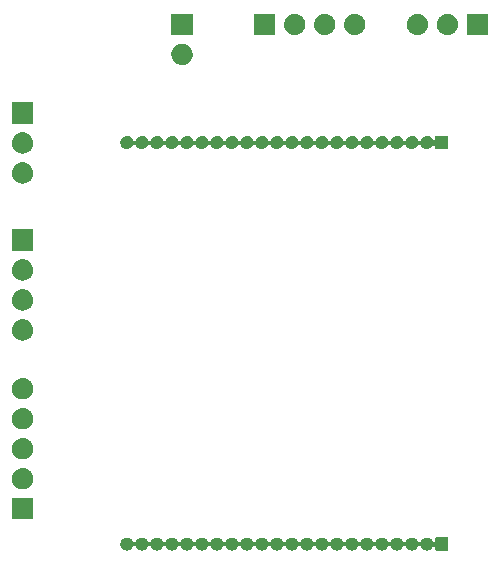
<source format=gbr>
G04 #@! TF.GenerationSoftware,KiCad,Pcbnew,5.99.0-unknown-a5c7d45~86~ubuntu18.04.1*
G04 #@! TF.CreationDate,2020-01-06T17:05:20-05:00*
G04 #@! TF.ProjectId,firmware_upgrade_extension_board,6669726d-7761-4726-955f-757067726164,rev?*
G04 #@! TF.SameCoordinates,Original*
G04 #@! TF.FileFunction,Soldermask,Bot*
G04 #@! TF.FilePolarity,Negative*
%FSLAX46Y46*%
G04 Gerber Fmt 4.6, Leading zero omitted, Abs format (unit mm)*
G04 Created by KiCad (PCBNEW 5.99.0-unknown-a5c7d45~86~ubuntu18.04.1) date 2020-01-06 17:05:20*
%MOMM*%
%LPD*%
G04 APERTURE LIST*
G04 APERTURE END LIST*
G36*
X136747381Y-141446783D02*
G01*
X136770734Y-141445314D01*
X136821992Y-141456209D01*
X136865218Y-141461670D01*
X136886974Y-141470021D01*
X136918399Y-141476701D01*
X136957154Y-141496961D01*
X136989724Y-141509464D01*
X137015993Y-141527721D01*
X137052185Y-141546642D01*
X137077727Y-141570628D01*
X137099239Y-141585579D01*
X137126134Y-141616086D01*
X137162233Y-141649985D01*
X137175865Y-141672494D01*
X137187430Y-141685612D01*
X137209778Y-141728359D01*
X137258673Y-141779055D01*
X137327214Y-141795268D01*
X137393640Y-141771852D01*
X137436862Y-141716241D01*
X137445552Y-141670447D01*
X137445552Y-141512312D01*
X137451959Y-141480101D01*
X137463231Y-141463231D01*
X137480101Y-141451959D01*
X137512312Y-141445552D01*
X138487688Y-141445552D01*
X138519899Y-141451959D01*
X138536769Y-141463231D01*
X138548041Y-141480101D01*
X138554448Y-141512312D01*
X138554448Y-142487688D01*
X138551999Y-142500000D01*
X138548041Y-142519899D01*
X138536769Y-142536769D01*
X138519899Y-142548041D01*
X138500000Y-142551999D01*
X138487688Y-142554448D01*
X137512312Y-142554448D01*
X137480101Y-142548041D01*
X137463231Y-142536769D01*
X137451959Y-142519899D01*
X137445552Y-142487688D01*
X137445552Y-142329059D01*
X137425709Y-142261479D01*
X137372479Y-142215356D01*
X137302764Y-142205332D01*
X137238696Y-142234591D01*
X137215689Y-142263058D01*
X137204512Y-142280669D01*
X137180748Y-142323897D01*
X137168908Y-142336772D01*
X137154808Y-142358991D01*
X137118006Y-142392128D01*
X137090478Y-142422064D01*
X137068657Y-142436562D01*
X137042620Y-142460006D01*
X137006045Y-142478162D01*
X136979394Y-142495869D01*
X136946565Y-142507688D01*
X136907399Y-142527130D01*
X136875839Y-142533150D01*
X136853916Y-142541043D01*
X136810593Y-142545597D01*
X136759108Y-142555418D01*
X136735787Y-142553460D01*
X136721284Y-142554984D01*
X136669548Y-142547897D01*
X136608673Y-142542785D01*
X136594937Y-142537677D01*
X136589150Y-142536884D01*
X136532595Y-142514492D01*
X136467177Y-142490163D01*
X136408252Y-142447352D01*
X136356441Y-142410532D01*
X136354537Y-142408326D01*
X136345044Y-142401429D01*
X136305302Y-142351287D01*
X136269300Y-142309579D01*
X136264001Y-142299179D01*
X136251272Y-142283119D01*
X136229840Y-142232135D01*
X136206252Y-142185840D01*
X136157891Y-142134634D01*
X136089524Y-142117704D01*
X136022856Y-142140423D01*
X135984701Y-142195101D01*
X135982284Y-142193772D01*
X135970780Y-142214697D01*
X135965699Y-142231527D01*
X135934510Y-142280673D01*
X135910747Y-142323898D01*
X135898908Y-142336772D01*
X135884808Y-142358991D01*
X135848006Y-142392128D01*
X135820478Y-142422064D01*
X135798657Y-142436562D01*
X135772620Y-142460006D01*
X135736045Y-142478162D01*
X135709394Y-142495869D01*
X135676565Y-142507688D01*
X135637399Y-142527130D01*
X135605839Y-142533150D01*
X135583916Y-142541043D01*
X135540593Y-142545597D01*
X135489108Y-142555418D01*
X135465787Y-142553460D01*
X135451284Y-142554984D01*
X135399548Y-142547897D01*
X135338673Y-142542785D01*
X135324937Y-142537677D01*
X135319150Y-142536884D01*
X135262595Y-142514492D01*
X135197177Y-142490163D01*
X135138252Y-142447352D01*
X135086441Y-142410532D01*
X135084537Y-142408326D01*
X135075044Y-142401429D01*
X135035302Y-142351287D01*
X134999300Y-142309579D01*
X134994001Y-142299179D01*
X134981272Y-142283119D01*
X134959840Y-142232135D01*
X134936252Y-142185840D01*
X134887891Y-142134634D01*
X134819524Y-142117704D01*
X134752856Y-142140423D01*
X134714701Y-142195101D01*
X134712284Y-142193772D01*
X134700780Y-142214697D01*
X134695699Y-142231527D01*
X134664510Y-142280673D01*
X134640747Y-142323898D01*
X134628908Y-142336772D01*
X134614808Y-142358991D01*
X134578006Y-142392128D01*
X134550478Y-142422064D01*
X134528657Y-142436562D01*
X134502620Y-142460006D01*
X134466045Y-142478162D01*
X134439394Y-142495869D01*
X134406565Y-142507688D01*
X134367399Y-142527130D01*
X134335839Y-142533150D01*
X134313916Y-142541043D01*
X134270593Y-142545597D01*
X134219108Y-142555418D01*
X134195787Y-142553460D01*
X134181284Y-142554984D01*
X134129548Y-142547897D01*
X134068673Y-142542785D01*
X134054937Y-142537677D01*
X134049150Y-142536884D01*
X133992595Y-142514492D01*
X133927177Y-142490163D01*
X133868252Y-142447352D01*
X133816441Y-142410532D01*
X133814537Y-142408326D01*
X133805044Y-142401429D01*
X133765302Y-142351287D01*
X133729300Y-142309579D01*
X133724001Y-142299179D01*
X133711272Y-142283119D01*
X133689840Y-142232135D01*
X133666252Y-142185840D01*
X133617891Y-142134634D01*
X133549524Y-142117704D01*
X133482856Y-142140423D01*
X133444701Y-142195101D01*
X133442284Y-142193772D01*
X133430780Y-142214697D01*
X133425699Y-142231527D01*
X133394510Y-142280673D01*
X133370747Y-142323898D01*
X133358908Y-142336772D01*
X133344808Y-142358991D01*
X133308006Y-142392128D01*
X133280478Y-142422064D01*
X133258657Y-142436562D01*
X133232620Y-142460006D01*
X133196045Y-142478162D01*
X133169394Y-142495869D01*
X133136565Y-142507688D01*
X133097399Y-142527130D01*
X133065839Y-142533150D01*
X133043916Y-142541043D01*
X133000593Y-142545597D01*
X132949108Y-142555418D01*
X132925787Y-142553460D01*
X132911284Y-142554984D01*
X132859548Y-142547897D01*
X132798673Y-142542785D01*
X132784937Y-142537677D01*
X132779150Y-142536884D01*
X132722595Y-142514492D01*
X132657177Y-142490163D01*
X132598252Y-142447352D01*
X132546441Y-142410532D01*
X132544537Y-142408326D01*
X132535044Y-142401429D01*
X132495302Y-142351287D01*
X132459300Y-142309579D01*
X132454001Y-142299179D01*
X132441272Y-142283119D01*
X132419840Y-142232135D01*
X132396252Y-142185840D01*
X132347891Y-142134634D01*
X132279524Y-142117704D01*
X132212856Y-142140423D01*
X132174701Y-142195101D01*
X132172284Y-142193772D01*
X132160780Y-142214697D01*
X132155699Y-142231527D01*
X132124510Y-142280673D01*
X132100747Y-142323898D01*
X132088908Y-142336772D01*
X132074808Y-142358991D01*
X132038006Y-142392128D01*
X132010478Y-142422064D01*
X131988657Y-142436562D01*
X131962620Y-142460006D01*
X131926045Y-142478162D01*
X131899394Y-142495869D01*
X131866565Y-142507688D01*
X131827399Y-142527130D01*
X131795839Y-142533150D01*
X131773916Y-142541043D01*
X131730593Y-142545597D01*
X131679108Y-142555418D01*
X131655787Y-142553460D01*
X131641284Y-142554984D01*
X131589548Y-142547897D01*
X131528673Y-142542785D01*
X131514937Y-142537677D01*
X131509150Y-142536884D01*
X131452595Y-142514492D01*
X131387177Y-142490163D01*
X131328252Y-142447352D01*
X131276441Y-142410532D01*
X131274537Y-142408326D01*
X131265044Y-142401429D01*
X131225302Y-142351287D01*
X131189300Y-142309579D01*
X131184001Y-142299179D01*
X131171272Y-142283119D01*
X131149840Y-142232135D01*
X131126252Y-142185840D01*
X131077891Y-142134634D01*
X131009524Y-142117704D01*
X130942856Y-142140423D01*
X130904701Y-142195101D01*
X130902284Y-142193772D01*
X130890780Y-142214697D01*
X130885699Y-142231527D01*
X130854510Y-142280673D01*
X130830747Y-142323898D01*
X130818908Y-142336772D01*
X130804808Y-142358991D01*
X130768006Y-142392128D01*
X130740478Y-142422064D01*
X130718657Y-142436562D01*
X130692620Y-142460006D01*
X130656045Y-142478162D01*
X130629394Y-142495869D01*
X130596565Y-142507688D01*
X130557399Y-142527130D01*
X130525839Y-142533150D01*
X130503916Y-142541043D01*
X130460593Y-142545597D01*
X130409108Y-142555418D01*
X130385787Y-142553460D01*
X130371284Y-142554984D01*
X130319548Y-142547897D01*
X130258673Y-142542785D01*
X130244937Y-142537677D01*
X130239150Y-142536884D01*
X130182595Y-142514492D01*
X130117177Y-142490163D01*
X130058252Y-142447352D01*
X130006441Y-142410532D01*
X130004537Y-142408326D01*
X129995044Y-142401429D01*
X129955302Y-142351287D01*
X129919300Y-142309579D01*
X129914001Y-142299179D01*
X129901272Y-142283119D01*
X129879840Y-142232135D01*
X129856252Y-142185840D01*
X129807891Y-142134634D01*
X129739524Y-142117704D01*
X129672856Y-142140423D01*
X129634701Y-142195101D01*
X129632284Y-142193772D01*
X129620780Y-142214697D01*
X129615699Y-142231527D01*
X129584510Y-142280673D01*
X129560747Y-142323898D01*
X129548908Y-142336772D01*
X129534808Y-142358991D01*
X129498006Y-142392128D01*
X129470478Y-142422064D01*
X129448657Y-142436562D01*
X129422620Y-142460006D01*
X129386045Y-142478162D01*
X129359394Y-142495869D01*
X129326565Y-142507688D01*
X129287399Y-142527130D01*
X129255839Y-142533150D01*
X129233916Y-142541043D01*
X129190593Y-142545597D01*
X129139108Y-142555418D01*
X129115787Y-142553460D01*
X129101284Y-142554984D01*
X129049548Y-142547897D01*
X128988673Y-142542785D01*
X128974937Y-142537677D01*
X128969150Y-142536884D01*
X128912595Y-142514492D01*
X128847177Y-142490163D01*
X128788252Y-142447352D01*
X128736441Y-142410532D01*
X128734537Y-142408326D01*
X128725044Y-142401429D01*
X128685302Y-142351287D01*
X128649300Y-142309579D01*
X128644001Y-142299179D01*
X128631272Y-142283119D01*
X128609840Y-142232135D01*
X128586252Y-142185840D01*
X128537891Y-142134634D01*
X128469524Y-142117704D01*
X128402856Y-142140423D01*
X128364701Y-142195101D01*
X128362284Y-142193772D01*
X128350780Y-142214697D01*
X128345699Y-142231527D01*
X128314510Y-142280673D01*
X128290747Y-142323898D01*
X128278908Y-142336772D01*
X128264808Y-142358991D01*
X128228006Y-142392128D01*
X128200478Y-142422064D01*
X128178657Y-142436562D01*
X128152620Y-142460006D01*
X128116045Y-142478162D01*
X128089394Y-142495869D01*
X128056565Y-142507688D01*
X128017399Y-142527130D01*
X127985839Y-142533150D01*
X127963916Y-142541043D01*
X127920593Y-142545597D01*
X127869108Y-142555418D01*
X127845787Y-142553460D01*
X127831284Y-142554984D01*
X127779548Y-142547897D01*
X127718673Y-142542785D01*
X127704937Y-142537677D01*
X127699150Y-142536884D01*
X127642595Y-142514492D01*
X127577177Y-142490163D01*
X127518252Y-142447352D01*
X127466441Y-142410532D01*
X127464537Y-142408326D01*
X127455044Y-142401429D01*
X127415302Y-142351287D01*
X127379300Y-142309579D01*
X127374001Y-142299179D01*
X127361272Y-142283119D01*
X127339840Y-142232135D01*
X127316252Y-142185840D01*
X127267891Y-142134634D01*
X127199524Y-142117704D01*
X127132856Y-142140423D01*
X127094701Y-142195101D01*
X127092284Y-142193772D01*
X127080780Y-142214697D01*
X127075699Y-142231527D01*
X127044510Y-142280673D01*
X127020747Y-142323898D01*
X127008908Y-142336772D01*
X126994808Y-142358991D01*
X126958006Y-142392128D01*
X126930478Y-142422064D01*
X126908657Y-142436562D01*
X126882620Y-142460006D01*
X126846045Y-142478162D01*
X126819394Y-142495869D01*
X126786565Y-142507688D01*
X126747399Y-142527130D01*
X126715839Y-142533150D01*
X126693916Y-142541043D01*
X126650593Y-142545597D01*
X126599108Y-142555418D01*
X126575787Y-142553460D01*
X126561284Y-142554984D01*
X126509548Y-142547897D01*
X126448673Y-142542785D01*
X126434937Y-142537677D01*
X126429150Y-142536884D01*
X126372595Y-142514492D01*
X126307177Y-142490163D01*
X126248252Y-142447352D01*
X126196441Y-142410532D01*
X126194537Y-142408326D01*
X126185044Y-142401429D01*
X126145302Y-142351287D01*
X126109300Y-142309579D01*
X126104001Y-142299179D01*
X126091272Y-142283119D01*
X126069840Y-142232135D01*
X126046252Y-142185840D01*
X125997891Y-142134634D01*
X125929524Y-142117704D01*
X125862856Y-142140423D01*
X125824701Y-142195101D01*
X125822284Y-142193772D01*
X125810780Y-142214697D01*
X125805699Y-142231527D01*
X125774510Y-142280673D01*
X125750747Y-142323898D01*
X125738908Y-142336772D01*
X125724808Y-142358991D01*
X125688006Y-142392128D01*
X125660478Y-142422064D01*
X125638657Y-142436562D01*
X125612620Y-142460006D01*
X125576045Y-142478162D01*
X125549394Y-142495869D01*
X125516565Y-142507688D01*
X125477399Y-142527130D01*
X125445839Y-142533150D01*
X125423916Y-142541043D01*
X125380593Y-142545597D01*
X125329108Y-142555418D01*
X125305787Y-142553460D01*
X125291284Y-142554984D01*
X125239548Y-142547897D01*
X125178673Y-142542785D01*
X125164937Y-142537677D01*
X125159150Y-142536884D01*
X125102595Y-142514492D01*
X125037177Y-142490163D01*
X124978252Y-142447352D01*
X124926441Y-142410532D01*
X124924537Y-142408326D01*
X124915044Y-142401429D01*
X124875302Y-142351287D01*
X124839300Y-142309579D01*
X124834001Y-142299179D01*
X124821272Y-142283119D01*
X124799840Y-142232135D01*
X124776252Y-142185840D01*
X124727891Y-142134634D01*
X124659524Y-142117704D01*
X124592856Y-142140423D01*
X124554701Y-142195101D01*
X124552284Y-142193772D01*
X124540780Y-142214697D01*
X124535699Y-142231527D01*
X124504510Y-142280673D01*
X124480747Y-142323898D01*
X124468908Y-142336772D01*
X124454808Y-142358991D01*
X124418006Y-142392128D01*
X124390478Y-142422064D01*
X124368657Y-142436562D01*
X124342620Y-142460006D01*
X124306045Y-142478162D01*
X124279394Y-142495869D01*
X124246565Y-142507688D01*
X124207399Y-142527130D01*
X124175839Y-142533150D01*
X124153916Y-142541043D01*
X124110593Y-142545597D01*
X124059108Y-142555418D01*
X124035787Y-142553460D01*
X124021284Y-142554984D01*
X123969548Y-142547897D01*
X123908673Y-142542785D01*
X123894937Y-142537677D01*
X123889150Y-142536884D01*
X123832595Y-142514492D01*
X123767177Y-142490163D01*
X123708252Y-142447352D01*
X123656441Y-142410532D01*
X123654537Y-142408326D01*
X123645044Y-142401429D01*
X123605302Y-142351287D01*
X123569300Y-142309579D01*
X123564001Y-142299179D01*
X123551272Y-142283119D01*
X123529840Y-142232135D01*
X123506252Y-142185840D01*
X123457891Y-142134634D01*
X123389524Y-142117704D01*
X123322856Y-142140423D01*
X123284701Y-142195101D01*
X123282284Y-142193772D01*
X123270780Y-142214697D01*
X123265699Y-142231527D01*
X123234510Y-142280673D01*
X123210747Y-142323898D01*
X123198908Y-142336772D01*
X123184808Y-142358991D01*
X123148006Y-142392128D01*
X123120478Y-142422064D01*
X123098657Y-142436562D01*
X123072620Y-142460006D01*
X123036045Y-142478162D01*
X123009394Y-142495869D01*
X122976565Y-142507688D01*
X122937399Y-142527130D01*
X122905839Y-142533150D01*
X122883916Y-142541043D01*
X122840593Y-142545597D01*
X122789108Y-142555418D01*
X122765787Y-142553460D01*
X122751284Y-142554984D01*
X122699548Y-142547897D01*
X122638673Y-142542785D01*
X122624937Y-142537677D01*
X122619150Y-142536884D01*
X122562595Y-142514492D01*
X122497177Y-142490163D01*
X122438252Y-142447352D01*
X122386441Y-142410532D01*
X122384537Y-142408326D01*
X122375044Y-142401429D01*
X122335302Y-142351287D01*
X122299300Y-142309579D01*
X122294001Y-142299179D01*
X122281272Y-142283119D01*
X122259840Y-142232135D01*
X122236252Y-142185840D01*
X122187891Y-142134634D01*
X122119524Y-142117704D01*
X122052856Y-142140423D01*
X122014701Y-142195101D01*
X122012284Y-142193772D01*
X122000780Y-142214697D01*
X121995699Y-142231527D01*
X121964510Y-142280673D01*
X121940747Y-142323898D01*
X121928908Y-142336772D01*
X121914808Y-142358991D01*
X121878006Y-142392128D01*
X121850478Y-142422064D01*
X121828657Y-142436562D01*
X121802620Y-142460006D01*
X121766045Y-142478162D01*
X121739394Y-142495869D01*
X121706565Y-142507688D01*
X121667399Y-142527130D01*
X121635839Y-142533150D01*
X121613916Y-142541043D01*
X121570593Y-142545597D01*
X121519108Y-142555418D01*
X121495787Y-142553460D01*
X121481284Y-142554984D01*
X121429548Y-142547897D01*
X121368673Y-142542785D01*
X121354937Y-142537677D01*
X121349150Y-142536884D01*
X121292595Y-142514492D01*
X121227177Y-142490163D01*
X121168252Y-142447352D01*
X121116441Y-142410532D01*
X121114537Y-142408326D01*
X121105044Y-142401429D01*
X121065302Y-142351287D01*
X121029300Y-142309579D01*
X121024001Y-142299179D01*
X121011272Y-142283119D01*
X120989840Y-142232135D01*
X120966252Y-142185840D01*
X120917891Y-142134634D01*
X120849524Y-142117704D01*
X120782856Y-142140423D01*
X120744701Y-142195101D01*
X120742284Y-142193772D01*
X120730780Y-142214697D01*
X120725699Y-142231527D01*
X120694510Y-142280673D01*
X120670747Y-142323898D01*
X120658908Y-142336772D01*
X120644808Y-142358991D01*
X120608006Y-142392128D01*
X120580478Y-142422064D01*
X120558657Y-142436562D01*
X120532620Y-142460006D01*
X120496045Y-142478162D01*
X120469394Y-142495869D01*
X120436565Y-142507688D01*
X120397399Y-142527130D01*
X120365839Y-142533150D01*
X120343916Y-142541043D01*
X120300593Y-142545597D01*
X120249108Y-142555418D01*
X120225787Y-142553460D01*
X120211284Y-142554984D01*
X120159548Y-142547897D01*
X120098673Y-142542785D01*
X120084937Y-142537677D01*
X120079150Y-142536884D01*
X120022595Y-142514492D01*
X119957177Y-142490163D01*
X119898252Y-142447352D01*
X119846441Y-142410532D01*
X119844537Y-142408326D01*
X119835044Y-142401429D01*
X119795302Y-142351287D01*
X119759300Y-142309579D01*
X119754001Y-142299179D01*
X119741272Y-142283119D01*
X119719840Y-142232135D01*
X119696252Y-142185840D01*
X119647891Y-142134634D01*
X119579524Y-142117704D01*
X119512856Y-142140423D01*
X119474701Y-142195101D01*
X119472284Y-142193772D01*
X119460780Y-142214697D01*
X119455699Y-142231527D01*
X119424510Y-142280673D01*
X119400747Y-142323898D01*
X119388908Y-142336772D01*
X119374808Y-142358991D01*
X119338006Y-142392128D01*
X119310478Y-142422064D01*
X119288657Y-142436562D01*
X119262620Y-142460006D01*
X119226045Y-142478162D01*
X119199394Y-142495869D01*
X119166565Y-142507688D01*
X119127399Y-142527130D01*
X119095839Y-142533150D01*
X119073916Y-142541043D01*
X119030593Y-142545597D01*
X118979108Y-142555418D01*
X118955787Y-142553460D01*
X118941284Y-142554984D01*
X118889548Y-142547897D01*
X118828673Y-142542785D01*
X118814937Y-142537677D01*
X118809150Y-142536884D01*
X118752595Y-142514492D01*
X118687177Y-142490163D01*
X118628252Y-142447352D01*
X118576441Y-142410532D01*
X118574537Y-142408326D01*
X118565044Y-142401429D01*
X118525302Y-142351287D01*
X118489300Y-142309579D01*
X118484001Y-142299179D01*
X118471272Y-142283119D01*
X118449840Y-142232135D01*
X118426252Y-142185840D01*
X118377891Y-142134634D01*
X118309524Y-142117704D01*
X118242856Y-142140423D01*
X118204701Y-142195101D01*
X118202284Y-142193772D01*
X118190780Y-142214697D01*
X118185699Y-142231527D01*
X118154510Y-142280673D01*
X118130747Y-142323898D01*
X118118908Y-142336772D01*
X118104808Y-142358991D01*
X118068006Y-142392128D01*
X118040478Y-142422064D01*
X118018657Y-142436562D01*
X117992620Y-142460006D01*
X117956045Y-142478162D01*
X117929394Y-142495869D01*
X117896565Y-142507688D01*
X117857399Y-142527130D01*
X117825839Y-142533150D01*
X117803916Y-142541043D01*
X117760593Y-142545597D01*
X117709108Y-142555418D01*
X117685787Y-142553460D01*
X117671284Y-142554984D01*
X117619548Y-142547897D01*
X117558673Y-142542785D01*
X117544937Y-142537677D01*
X117539150Y-142536884D01*
X117482595Y-142514492D01*
X117417177Y-142490163D01*
X117358252Y-142447352D01*
X117306441Y-142410532D01*
X117304537Y-142408326D01*
X117295044Y-142401429D01*
X117255302Y-142351287D01*
X117219300Y-142309579D01*
X117214001Y-142299179D01*
X117201272Y-142283119D01*
X117179840Y-142232135D01*
X117156252Y-142185840D01*
X117107891Y-142134634D01*
X117039524Y-142117704D01*
X116972856Y-142140423D01*
X116934701Y-142195101D01*
X116932284Y-142193772D01*
X116920780Y-142214697D01*
X116915699Y-142231527D01*
X116884510Y-142280673D01*
X116860747Y-142323898D01*
X116848908Y-142336772D01*
X116834808Y-142358991D01*
X116798006Y-142392128D01*
X116770478Y-142422064D01*
X116748657Y-142436562D01*
X116722620Y-142460006D01*
X116686045Y-142478162D01*
X116659394Y-142495869D01*
X116626565Y-142507688D01*
X116587399Y-142527130D01*
X116555839Y-142533150D01*
X116533916Y-142541043D01*
X116490593Y-142545597D01*
X116439108Y-142555418D01*
X116415787Y-142553460D01*
X116401284Y-142554984D01*
X116349548Y-142547897D01*
X116288673Y-142542785D01*
X116274937Y-142537677D01*
X116269150Y-142536884D01*
X116212595Y-142514492D01*
X116147177Y-142490163D01*
X116088252Y-142447352D01*
X116036441Y-142410532D01*
X116034537Y-142408326D01*
X116025044Y-142401429D01*
X115985302Y-142351287D01*
X115949300Y-142309579D01*
X115944001Y-142299179D01*
X115931272Y-142283119D01*
X115909840Y-142232135D01*
X115886252Y-142185840D01*
X115837891Y-142134634D01*
X115769524Y-142117704D01*
X115702856Y-142140423D01*
X115664701Y-142195101D01*
X115662284Y-142193772D01*
X115650780Y-142214697D01*
X115645699Y-142231527D01*
X115614510Y-142280673D01*
X115590747Y-142323898D01*
X115578908Y-142336772D01*
X115564808Y-142358991D01*
X115528006Y-142392128D01*
X115500478Y-142422064D01*
X115478657Y-142436562D01*
X115452620Y-142460006D01*
X115416045Y-142478162D01*
X115389394Y-142495869D01*
X115356565Y-142507688D01*
X115317399Y-142527130D01*
X115285839Y-142533150D01*
X115263916Y-142541043D01*
X115220593Y-142545597D01*
X115169108Y-142555418D01*
X115145787Y-142553460D01*
X115131284Y-142554984D01*
X115079548Y-142547897D01*
X115018673Y-142542785D01*
X115004937Y-142537677D01*
X114999150Y-142536884D01*
X114942595Y-142514492D01*
X114877177Y-142490163D01*
X114818252Y-142447352D01*
X114766441Y-142410532D01*
X114764537Y-142408326D01*
X114755044Y-142401429D01*
X114715302Y-142351287D01*
X114679300Y-142309579D01*
X114674001Y-142299179D01*
X114661272Y-142283119D01*
X114639840Y-142232135D01*
X114616252Y-142185840D01*
X114567891Y-142134634D01*
X114499524Y-142117704D01*
X114432856Y-142140423D01*
X114394701Y-142195101D01*
X114392284Y-142193772D01*
X114380780Y-142214697D01*
X114375699Y-142231527D01*
X114344510Y-142280673D01*
X114320747Y-142323898D01*
X114308908Y-142336772D01*
X114294808Y-142358991D01*
X114258006Y-142392128D01*
X114230478Y-142422064D01*
X114208657Y-142436562D01*
X114182620Y-142460006D01*
X114146045Y-142478162D01*
X114119394Y-142495869D01*
X114086565Y-142507688D01*
X114047399Y-142527130D01*
X114015839Y-142533150D01*
X113993916Y-142541043D01*
X113950593Y-142545597D01*
X113899108Y-142555418D01*
X113875787Y-142553460D01*
X113861284Y-142554984D01*
X113809548Y-142547897D01*
X113748673Y-142542785D01*
X113734937Y-142537677D01*
X113729150Y-142536884D01*
X113672595Y-142514492D01*
X113607177Y-142490163D01*
X113548252Y-142447352D01*
X113496441Y-142410532D01*
X113494537Y-142408326D01*
X113485044Y-142401429D01*
X113445302Y-142351287D01*
X113409300Y-142309579D01*
X113404001Y-142299179D01*
X113391272Y-142283119D01*
X113369840Y-142232135D01*
X113346252Y-142185840D01*
X113297891Y-142134634D01*
X113229524Y-142117704D01*
X113162856Y-142140423D01*
X113124701Y-142195101D01*
X113122284Y-142193772D01*
X113110780Y-142214697D01*
X113105699Y-142231527D01*
X113074510Y-142280673D01*
X113050747Y-142323898D01*
X113038908Y-142336772D01*
X113024808Y-142358991D01*
X112988006Y-142392128D01*
X112960478Y-142422064D01*
X112938657Y-142436562D01*
X112912620Y-142460006D01*
X112876045Y-142478162D01*
X112849394Y-142495869D01*
X112816565Y-142507688D01*
X112777399Y-142527130D01*
X112745839Y-142533150D01*
X112723916Y-142541043D01*
X112680593Y-142545597D01*
X112629108Y-142555418D01*
X112605787Y-142553460D01*
X112591284Y-142554984D01*
X112539548Y-142547897D01*
X112478673Y-142542785D01*
X112464937Y-142537677D01*
X112459150Y-142536884D01*
X112402595Y-142514492D01*
X112337177Y-142490163D01*
X112278252Y-142447352D01*
X112226441Y-142410532D01*
X112224537Y-142408326D01*
X112215044Y-142401429D01*
X112175302Y-142351287D01*
X112139300Y-142309579D01*
X112134001Y-142299179D01*
X112121272Y-142283119D01*
X112099840Y-142232135D01*
X112076252Y-142185840D01*
X112027891Y-142134634D01*
X111959524Y-142117704D01*
X111892856Y-142140423D01*
X111854701Y-142195101D01*
X111852284Y-142193772D01*
X111840780Y-142214697D01*
X111835699Y-142231527D01*
X111804510Y-142280673D01*
X111780747Y-142323898D01*
X111768908Y-142336772D01*
X111754808Y-142358991D01*
X111718006Y-142392128D01*
X111690478Y-142422064D01*
X111668657Y-142436562D01*
X111642620Y-142460006D01*
X111606045Y-142478162D01*
X111579394Y-142495869D01*
X111546565Y-142507688D01*
X111507399Y-142527130D01*
X111475839Y-142533150D01*
X111453916Y-142541043D01*
X111410593Y-142545597D01*
X111359108Y-142555418D01*
X111335787Y-142553460D01*
X111321284Y-142554984D01*
X111269548Y-142547897D01*
X111208673Y-142542785D01*
X111194937Y-142537677D01*
X111189150Y-142536884D01*
X111132595Y-142514492D01*
X111067177Y-142490163D01*
X111008252Y-142447352D01*
X110956441Y-142410532D01*
X110954537Y-142408326D01*
X110945044Y-142401429D01*
X110905302Y-142351287D01*
X110869300Y-142309579D01*
X110864001Y-142299179D01*
X110851272Y-142283119D01*
X110829838Y-142232129D01*
X110808754Y-142190749D01*
X110804096Y-142170892D01*
X110792771Y-142143950D01*
X110786928Y-142097696D01*
X110778299Y-142060909D01*
X110778604Y-142031808D01*
X110773850Y-141994176D01*
X110779392Y-141956647D01*
X110779697Y-141927552D01*
X110789092Y-141890961D01*
X110795904Y-141844831D01*
X110807791Y-141818132D01*
X110812864Y-141798375D01*
X110834815Y-141757436D01*
X110857307Y-141706918D01*
X110870366Y-141691132D01*
X110875883Y-141680843D01*
X110912753Y-141639895D01*
X110953535Y-141590598D01*
X110963171Y-141583901D01*
X110965122Y-141581734D01*
X111017700Y-141546002D01*
X111077500Y-141504440D01*
X111143435Y-141481479D01*
X111200424Y-141460285D01*
X111206223Y-141459614D01*
X111220067Y-141454793D01*
X111281037Y-141450957D01*
X111332909Y-141444955D01*
X111347381Y-141446783D01*
X111370734Y-141445314D01*
X111421992Y-141456209D01*
X111465218Y-141461670D01*
X111486974Y-141470021D01*
X111518399Y-141476701D01*
X111557154Y-141496961D01*
X111589724Y-141509464D01*
X111615993Y-141527721D01*
X111652185Y-141546642D01*
X111677727Y-141570628D01*
X111699239Y-141585579D01*
X111726135Y-141616086D01*
X111762233Y-141649985D01*
X111775865Y-141672493D01*
X111787433Y-141685615D01*
X111810288Y-141729333D01*
X111840437Y-141779114D01*
X111845164Y-141796043D01*
X111854110Y-141813156D01*
X111903004Y-141863852D01*
X111971545Y-141880065D01*
X112037971Y-141856649D01*
X112070536Y-141808930D01*
X112075715Y-141811707D01*
X112104816Y-141757433D01*
X112127307Y-141706918D01*
X112140366Y-141691132D01*
X112145883Y-141680843D01*
X112182753Y-141639895D01*
X112223535Y-141590598D01*
X112233171Y-141583901D01*
X112235122Y-141581734D01*
X112287700Y-141546002D01*
X112347500Y-141504440D01*
X112413435Y-141481479D01*
X112470424Y-141460285D01*
X112476223Y-141459614D01*
X112490067Y-141454793D01*
X112551037Y-141450957D01*
X112602909Y-141444955D01*
X112617381Y-141446783D01*
X112640734Y-141445314D01*
X112691992Y-141456209D01*
X112735218Y-141461670D01*
X112756974Y-141470021D01*
X112788399Y-141476701D01*
X112827154Y-141496961D01*
X112859724Y-141509464D01*
X112885993Y-141527721D01*
X112922185Y-141546642D01*
X112947727Y-141570628D01*
X112969239Y-141585579D01*
X112996135Y-141616086D01*
X113032233Y-141649985D01*
X113045865Y-141672493D01*
X113057433Y-141685615D01*
X113080288Y-141729333D01*
X113110437Y-141779114D01*
X113115164Y-141796043D01*
X113124110Y-141813156D01*
X113173004Y-141863852D01*
X113241545Y-141880065D01*
X113307971Y-141856649D01*
X113340536Y-141808930D01*
X113345715Y-141811707D01*
X113374816Y-141757433D01*
X113397307Y-141706918D01*
X113410366Y-141691132D01*
X113415883Y-141680843D01*
X113452753Y-141639895D01*
X113493535Y-141590598D01*
X113503171Y-141583901D01*
X113505122Y-141581734D01*
X113557700Y-141546002D01*
X113617500Y-141504440D01*
X113683435Y-141481479D01*
X113740424Y-141460285D01*
X113746223Y-141459614D01*
X113760067Y-141454793D01*
X113821037Y-141450957D01*
X113872909Y-141444955D01*
X113887381Y-141446783D01*
X113910734Y-141445314D01*
X113961992Y-141456209D01*
X114005218Y-141461670D01*
X114026974Y-141470021D01*
X114058399Y-141476701D01*
X114097154Y-141496961D01*
X114129724Y-141509464D01*
X114155993Y-141527721D01*
X114192185Y-141546642D01*
X114217727Y-141570628D01*
X114239239Y-141585579D01*
X114266135Y-141616086D01*
X114302233Y-141649985D01*
X114315865Y-141672493D01*
X114327433Y-141685615D01*
X114350288Y-141729333D01*
X114380437Y-141779114D01*
X114385164Y-141796043D01*
X114394110Y-141813156D01*
X114443004Y-141863852D01*
X114511545Y-141880065D01*
X114577971Y-141856649D01*
X114610536Y-141808930D01*
X114615715Y-141811707D01*
X114644816Y-141757433D01*
X114667307Y-141706918D01*
X114680366Y-141691132D01*
X114685883Y-141680843D01*
X114722753Y-141639895D01*
X114763535Y-141590598D01*
X114773171Y-141583901D01*
X114775122Y-141581734D01*
X114827700Y-141546002D01*
X114887500Y-141504440D01*
X114953435Y-141481479D01*
X115010424Y-141460285D01*
X115016223Y-141459614D01*
X115030067Y-141454793D01*
X115091037Y-141450957D01*
X115142909Y-141444955D01*
X115157381Y-141446783D01*
X115180734Y-141445314D01*
X115231992Y-141456209D01*
X115275218Y-141461670D01*
X115296974Y-141470021D01*
X115328399Y-141476701D01*
X115367154Y-141496961D01*
X115399724Y-141509464D01*
X115425993Y-141527721D01*
X115462185Y-141546642D01*
X115487727Y-141570628D01*
X115509239Y-141585579D01*
X115536135Y-141616086D01*
X115572233Y-141649985D01*
X115585865Y-141672493D01*
X115597433Y-141685615D01*
X115620288Y-141729333D01*
X115650437Y-141779114D01*
X115655164Y-141796043D01*
X115664110Y-141813156D01*
X115713004Y-141863852D01*
X115781545Y-141880065D01*
X115847971Y-141856649D01*
X115880536Y-141808930D01*
X115885715Y-141811707D01*
X115914816Y-141757433D01*
X115937307Y-141706918D01*
X115950366Y-141691132D01*
X115955883Y-141680843D01*
X115992753Y-141639895D01*
X116033535Y-141590598D01*
X116043171Y-141583901D01*
X116045122Y-141581734D01*
X116097700Y-141546002D01*
X116157500Y-141504440D01*
X116223435Y-141481479D01*
X116280424Y-141460285D01*
X116286223Y-141459614D01*
X116300067Y-141454793D01*
X116361037Y-141450957D01*
X116412909Y-141444955D01*
X116427381Y-141446783D01*
X116450734Y-141445314D01*
X116501992Y-141456209D01*
X116545218Y-141461670D01*
X116566974Y-141470021D01*
X116598399Y-141476701D01*
X116637154Y-141496961D01*
X116669724Y-141509464D01*
X116695993Y-141527721D01*
X116732185Y-141546642D01*
X116757727Y-141570628D01*
X116779239Y-141585579D01*
X116806135Y-141616086D01*
X116842233Y-141649985D01*
X116855865Y-141672493D01*
X116867433Y-141685615D01*
X116890288Y-141729333D01*
X116920437Y-141779114D01*
X116925164Y-141796043D01*
X116934110Y-141813156D01*
X116983004Y-141863852D01*
X117051545Y-141880065D01*
X117117971Y-141856649D01*
X117150536Y-141808930D01*
X117155715Y-141811707D01*
X117184816Y-141757433D01*
X117207307Y-141706918D01*
X117220366Y-141691132D01*
X117225883Y-141680843D01*
X117262753Y-141639895D01*
X117303535Y-141590598D01*
X117313171Y-141583901D01*
X117315122Y-141581734D01*
X117367700Y-141546002D01*
X117427500Y-141504440D01*
X117493435Y-141481479D01*
X117550424Y-141460285D01*
X117556223Y-141459614D01*
X117570067Y-141454793D01*
X117631037Y-141450957D01*
X117682909Y-141444955D01*
X117697381Y-141446783D01*
X117720734Y-141445314D01*
X117771992Y-141456209D01*
X117815218Y-141461670D01*
X117836974Y-141470021D01*
X117868399Y-141476701D01*
X117907154Y-141496961D01*
X117939724Y-141509464D01*
X117965993Y-141527721D01*
X118002185Y-141546642D01*
X118027727Y-141570628D01*
X118049239Y-141585579D01*
X118076135Y-141616086D01*
X118112233Y-141649985D01*
X118125865Y-141672493D01*
X118137433Y-141685615D01*
X118160288Y-141729333D01*
X118190437Y-141779114D01*
X118195164Y-141796043D01*
X118204110Y-141813156D01*
X118253004Y-141863852D01*
X118321545Y-141880065D01*
X118387971Y-141856649D01*
X118420536Y-141808930D01*
X118425715Y-141811707D01*
X118454816Y-141757433D01*
X118477307Y-141706918D01*
X118490366Y-141691132D01*
X118495883Y-141680843D01*
X118532753Y-141639895D01*
X118573535Y-141590598D01*
X118583171Y-141583901D01*
X118585122Y-141581734D01*
X118637700Y-141546002D01*
X118697500Y-141504440D01*
X118763435Y-141481479D01*
X118820424Y-141460285D01*
X118826223Y-141459614D01*
X118840067Y-141454793D01*
X118901037Y-141450957D01*
X118952909Y-141444955D01*
X118967381Y-141446783D01*
X118990734Y-141445314D01*
X119041992Y-141456209D01*
X119085218Y-141461670D01*
X119106974Y-141470021D01*
X119138399Y-141476701D01*
X119177154Y-141496961D01*
X119209724Y-141509464D01*
X119235993Y-141527721D01*
X119272185Y-141546642D01*
X119297727Y-141570628D01*
X119319239Y-141585579D01*
X119346135Y-141616086D01*
X119382233Y-141649985D01*
X119395865Y-141672493D01*
X119407433Y-141685615D01*
X119430288Y-141729333D01*
X119460437Y-141779114D01*
X119465164Y-141796043D01*
X119474110Y-141813156D01*
X119523004Y-141863852D01*
X119591545Y-141880065D01*
X119657971Y-141856649D01*
X119690536Y-141808930D01*
X119695715Y-141811707D01*
X119724816Y-141757433D01*
X119747307Y-141706918D01*
X119760366Y-141691132D01*
X119765883Y-141680843D01*
X119802753Y-141639895D01*
X119843535Y-141590598D01*
X119853171Y-141583901D01*
X119855122Y-141581734D01*
X119907700Y-141546002D01*
X119967500Y-141504440D01*
X120033435Y-141481479D01*
X120090424Y-141460285D01*
X120096223Y-141459614D01*
X120110067Y-141454793D01*
X120171037Y-141450957D01*
X120222909Y-141444955D01*
X120237381Y-141446783D01*
X120260734Y-141445314D01*
X120311992Y-141456209D01*
X120355218Y-141461670D01*
X120376974Y-141470021D01*
X120408399Y-141476701D01*
X120447154Y-141496961D01*
X120479724Y-141509464D01*
X120505993Y-141527721D01*
X120542185Y-141546642D01*
X120567727Y-141570628D01*
X120589239Y-141585579D01*
X120616135Y-141616086D01*
X120652233Y-141649985D01*
X120665865Y-141672493D01*
X120677433Y-141685615D01*
X120700288Y-141729333D01*
X120730437Y-141779114D01*
X120735164Y-141796043D01*
X120744110Y-141813156D01*
X120793004Y-141863852D01*
X120861545Y-141880065D01*
X120927971Y-141856649D01*
X120960536Y-141808930D01*
X120965715Y-141811707D01*
X120994816Y-141757433D01*
X121017307Y-141706918D01*
X121030366Y-141691132D01*
X121035883Y-141680843D01*
X121072753Y-141639895D01*
X121113535Y-141590598D01*
X121123171Y-141583901D01*
X121125122Y-141581734D01*
X121177700Y-141546002D01*
X121237500Y-141504440D01*
X121303435Y-141481479D01*
X121360424Y-141460285D01*
X121366223Y-141459614D01*
X121380067Y-141454793D01*
X121441037Y-141450957D01*
X121492909Y-141444955D01*
X121507381Y-141446783D01*
X121530734Y-141445314D01*
X121581992Y-141456209D01*
X121625218Y-141461670D01*
X121646974Y-141470021D01*
X121678399Y-141476701D01*
X121717154Y-141496961D01*
X121749724Y-141509464D01*
X121775993Y-141527721D01*
X121812185Y-141546642D01*
X121837727Y-141570628D01*
X121859239Y-141585579D01*
X121886135Y-141616086D01*
X121922233Y-141649985D01*
X121935865Y-141672493D01*
X121947433Y-141685615D01*
X121970288Y-141729333D01*
X122000437Y-141779114D01*
X122005164Y-141796043D01*
X122014110Y-141813156D01*
X122063004Y-141863852D01*
X122131545Y-141880065D01*
X122197971Y-141856649D01*
X122230536Y-141808930D01*
X122235715Y-141811707D01*
X122264816Y-141757433D01*
X122287307Y-141706918D01*
X122300366Y-141691132D01*
X122305883Y-141680843D01*
X122342753Y-141639895D01*
X122383535Y-141590598D01*
X122393171Y-141583901D01*
X122395122Y-141581734D01*
X122447700Y-141546002D01*
X122507500Y-141504440D01*
X122573435Y-141481479D01*
X122630424Y-141460285D01*
X122636223Y-141459614D01*
X122650067Y-141454793D01*
X122711037Y-141450957D01*
X122762909Y-141444955D01*
X122777381Y-141446783D01*
X122800734Y-141445314D01*
X122851992Y-141456209D01*
X122895218Y-141461670D01*
X122916974Y-141470021D01*
X122948399Y-141476701D01*
X122987154Y-141496961D01*
X123019724Y-141509464D01*
X123045993Y-141527721D01*
X123082185Y-141546642D01*
X123107727Y-141570628D01*
X123129239Y-141585579D01*
X123156135Y-141616086D01*
X123192233Y-141649985D01*
X123205865Y-141672493D01*
X123217433Y-141685615D01*
X123240288Y-141729333D01*
X123270437Y-141779114D01*
X123275164Y-141796043D01*
X123284110Y-141813156D01*
X123333004Y-141863852D01*
X123401545Y-141880065D01*
X123467971Y-141856649D01*
X123500536Y-141808930D01*
X123505715Y-141811707D01*
X123534816Y-141757433D01*
X123557307Y-141706918D01*
X123570366Y-141691132D01*
X123575883Y-141680843D01*
X123612753Y-141639895D01*
X123653535Y-141590598D01*
X123663171Y-141583901D01*
X123665122Y-141581734D01*
X123717700Y-141546002D01*
X123777500Y-141504440D01*
X123843435Y-141481479D01*
X123900424Y-141460285D01*
X123906223Y-141459614D01*
X123920067Y-141454793D01*
X123981037Y-141450957D01*
X124032909Y-141444955D01*
X124047381Y-141446783D01*
X124070734Y-141445314D01*
X124121992Y-141456209D01*
X124165218Y-141461670D01*
X124186974Y-141470021D01*
X124218399Y-141476701D01*
X124257154Y-141496961D01*
X124289724Y-141509464D01*
X124315993Y-141527721D01*
X124352185Y-141546642D01*
X124377727Y-141570628D01*
X124399239Y-141585579D01*
X124426135Y-141616086D01*
X124462233Y-141649985D01*
X124475865Y-141672493D01*
X124487433Y-141685615D01*
X124510288Y-141729333D01*
X124540437Y-141779114D01*
X124545164Y-141796043D01*
X124554110Y-141813156D01*
X124603004Y-141863852D01*
X124671545Y-141880065D01*
X124737971Y-141856649D01*
X124770536Y-141808930D01*
X124775715Y-141811707D01*
X124804816Y-141757433D01*
X124827307Y-141706918D01*
X124840366Y-141691132D01*
X124845883Y-141680843D01*
X124882753Y-141639895D01*
X124923535Y-141590598D01*
X124933171Y-141583901D01*
X124935122Y-141581734D01*
X124987700Y-141546002D01*
X125047500Y-141504440D01*
X125113435Y-141481479D01*
X125170424Y-141460285D01*
X125176223Y-141459614D01*
X125190067Y-141454793D01*
X125251037Y-141450957D01*
X125302909Y-141444955D01*
X125317381Y-141446783D01*
X125340734Y-141445314D01*
X125391992Y-141456209D01*
X125435218Y-141461670D01*
X125456974Y-141470021D01*
X125488399Y-141476701D01*
X125527154Y-141496961D01*
X125559724Y-141509464D01*
X125585993Y-141527721D01*
X125622185Y-141546642D01*
X125647727Y-141570628D01*
X125669239Y-141585579D01*
X125696135Y-141616086D01*
X125732233Y-141649985D01*
X125745865Y-141672493D01*
X125757433Y-141685615D01*
X125780288Y-141729333D01*
X125810437Y-141779114D01*
X125815164Y-141796043D01*
X125824110Y-141813156D01*
X125873004Y-141863852D01*
X125941545Y-141880065D01*
X126007971Y-141856649D01*
X126040536Y-141808930D01*
X126045715Y-141811707D01*
X126074816Y-141757433D01*
X126097307Y-141706918D01*
X126110366Y-141691132D01*
X126115883Y-141680843D01*
X126152753Y-141639895D01*
X126193535Y-141590598D01*
X126203171Y-141583901D01*
X126205122Y-141581734D01*
X126257700Y-141546002D01*
X126317500Y-141504440D01*
X126383435Y-141481479D01*
X126440424Y-141460285D01*
X126446223Y-141459614D01*
X126460067Y-141454793D01*
X126521037Y-141450957D01*
X126572909Y-141444955D01*
X126587381Y-141446783D01*
X126610734Y-141445314D01*
X126661992Y-141456209D01*
X126705218Y-141461670D01*
X126726974Y-141470021D01*
X126758399Y-141476701D01*
X126797154Y-141496961D01*
X126829724Y-141509464D01*
X126855993Y-141527721D01*
X126892185Y-141546642D01*
X126917727Y-141570628D01*
X126939239Y-141585579D01*
X126966135Y-141616086D01*
X127002233Y-141649985D01*
X127015865Y-141672493D01*
X127027433Y-141685615D01*
X127050288Y-141729333D01*
X127080437Y-141779114D01*
X127085164Y-141796043D01*
X127094110Y-141813156D01*
X127143004Y-141863852D01*
X127211545Y-141880065D01*
X127277971Y-141856649D01*
X127310536Y-141808930D01*
X127315715Y-141811707D01*
X127344816Y-141757433D01*
X127367307Y-141706918D01*
X127380366Y-141691132D01*
X127385883Y-141680843D01*
X127422753Y-141639895D01*
X127463535Y-141590598D01*
X127473171Y-141583901D01*
X127475122Y-141581734D01*
X127527700Y-141546002D01*
X127587500Y-141504440D01*
X127653435Y-141481479D01*
X127710424Y-141460285D01*
X127716223Y-141459614D01*
X127730067Y-141454793D01*
X127791037Y-141450957D01*
X127842909Y-141444955D01*
X127857381Y-141446783D01*
X127880734Y-141445314D01*
X127931992Y-141456209D01*
X127975218Y-141461670D01*
X127996974Y-141470021D01*
X128028399Y-141476701D01*
X128067154Y-141496961D01*
X128099724Y-141509464D01*
X128125993Y-141527721D01*
X128162185Y-141546642D01*
X128187727Y-141570628D01*
X128209239Y-141585579D01*
X128236135Y-141616086D01*
X128272233Y-141649985D01*
X128285865Y-141672493D01*
X128297433Y-141685615D01*
X128320288Y-141729333D01*
X128350437Y-141779114D01*
X128355164Y-141796043D01*
X128364110Y-141813156D01*
X128413004Y-141863852D01*
X128481545Y-141880065D01*
X128547971Y-141856649D01*
X128580536Y-141808930D01*
X128585715Y-141811707D01*
X128614816Y-141757433D01*
X128637307Y-141706918D01*
X128650366Y-141691132D01*
X128655883Y-141680843D01*
X128692753Y-141639895D01*
X128733535Y-141590598D01*
X128743171Y-141583901D01*
X128745122Y-141581734D01*
X128797700Y-141546002D01*
X128857500Y-141504440D01*
X128923435Y-141481479D01*
X128980424Y-141460285D01*
X128986223Y-141459614D01*
X129000067Y-141454793D01*
X129061037Y-141450957D01*
X129112909Y-141444955D01*
X129127381Y-141446783D01*
X129150734Y-141445314D01*
X129201992Y-141456209D01*
X129245218Y-141461670D01*
X129266974Y-141470021D01*
X129298399Y-141476701D01*
X129337154Y-141496961D01*
X129369724Y-141509464D01*
X129395993Y-141527721D01*
X129432185Y-141546642D01*
X129457727Y-141570628D01*
X129479239Y-141585579D01*
X129506135Y-141616086D01*
X129542233Y-141649985D01*
X129555865Y-141672493D01*
X129567433Y-141685615D01*
X129590288Y-141729333D01*
X129620437Y-141779114D01*
X129625164Y-141796043D01*
X129634110Y-141813156D01*
X129683004Y-141863852D01*
X129751545Y-141880065D01*
X129817971Y-141856649D01*
X129850536Y-141808930D01*
X129855715Y-141811707D01*
X129884816Y-141757433D01*
X129907307Y-141706918D01*
X129920366Y-141691132D01*
X129925883Y-141680843D01*
X129962753Y-141639895D01*
X130003535Y-141590598D01*
X130013171Y-141583901D01*
X130015122Y-141581734D01*
X130067700Y-141546002D01*
X130127500Y-141504440D01*
X130193435Y-141481479D01*
X130250424Y-141460285D01*
X130256223Y-141459614D01*
X130270067Y-141454793D01*
X130331037Y-141450957D01*
X130382909Y-141444955D01*
X130397381Y-141446783D01*
X130420734Y-141445314D01*
X130471992Y-141456209D01*
X130515218Y-141461670D01*
X130536974Y-141470021D01*
X130568399Y-141476701D01*
X130607154Y-141496961D01*
X130639724Y-141509464D01*
X130665993Y-141527721D01*
X130702185Y-141546642D01*
X130727727Y-141570628D01*
X130749239Y-141585579D01*
X130776135Y-141616086D01*
X130812233Y-141649985D01*
X130825865Y-141672493D01*
X130837433Y-141685615D01*
X130860288Y-141729333D01*
X130890437Y-141779114D01*
X130895164Y-141796043D01*
X130904110Y-141813156D01*
X130953004Y-141863852D01*
X131021545Y-141880065D01*
X131087971Y-141856649D01*
X131120536Y-141808930D01*
X131125715Y-141811707D01*
X131154816Y-141757433D01*
X131177307Y-141706918D01*
X131190366Y-141691132D01*
X131195883Y-141680843D01*
X131232753Y-141639895D01*
X131273535Y-141590598D01*
X131283171Y-141583901D01*
X131285122Y-141581734D01*
X131337700Y-141546002D01*
X131397500Y-141504440D01*
X131463435Y-141481479D01*
X131520424Y-141460285D01*
X131526223Y-141459614D01*
X131540067Y-141454793D01*
X131601037Y-141450957D01*
X131652909Y-141444955D01*
X131667381Y-141446783D01*
X131690734Y-141445314D01*
X131741992Y-141456209D01*
X131785218Y-141461670D01*
X131806974Y-141470021D01*
X131838399Y-141476701D01*
X131877154Y-141496961D01*
X131909724Y-141509464D01*
X131935993Y-141527721D01*
X131972185Y-141546642D01*
X131997727Y-141570628D01*
X132019239Y-141585579D01*
X132046135Y-141616086D01*
X132082233Y-141649985D01*
X132095865Y-141672493D01*
X132107433Y-141685615D01*
X132130288Y-141729333D01*
X132160437Y-141779114D01*
X132165164Y-141796043D01*
X132174110Y-141813156D01*
X132223004Y-141863852D01*
X132291545Y-141880065D01*
X132357971Y-141856649D01*
X132390536Y-141808930D01*
X132395715Y-141811707D01*
X132424816Y-141757433D01*
X132447307Y-141706918D01*
X132460366Y-141691132D01*
X132465883Y-141680843D01*
X132502753Y-141639895D01*
X132543535Y-141590598D01*
X132553171Y-141583901D01*
X132555122Y-141581734D01*
X132607700Y-141546002D01*
X132667500Y-141504440D01*
X132733435Y-141481479D01*
X132790424Y-141460285D01*
X132796223Y-141459614D01*
X132810067Y-141454793D01*
X132871037Y-141450957D01*
X132922909Y-141444955D01*
X132937381Y-141446783D01*
X132960734Y-141445314D01*
X133011992Y-141456209D01*
X133055218Y-141461670D01*
X133076974Y-141470021D01*
X133108399Y-141476701D01*
X133147154Y-141496961D01*
X133179724Y-141509464D01*
X133205993Y-141527721D01*
X133242185Y-141546642D01*
X133267727Y-141570628D01*
X133289239Y-141585579D01*
X133316135Y-141616086D01*
X133352233Y-141649985D01*
X133365865Y-141672493D01*
X133377433Y-141685615D01*
X133400288Y-141729333D01*
X133430437Y-141779114D01*
X133435164Y-141796043D01*
X133444110Y-141813156D01*
X133493004Y-141863852D01*
X133561545Y-141880065D01*
X133627971Y-141856649D01*
X133660536Y-141808930D01*
X133665715Y-141811707D01*
X133694816Y-141757433D01*
X133717307Y-141706918D01*
X133730366Y-141691132D01*
X133735883Y-141680843D01*
X133772753Y-141639895D01*
X133813535Y-141590598D01*
X133823171Y-141583901D01*
X133825122Y-141581734D01*
X133877700Y-141546002D01*
X133937500Y-141504440D01*
X134003435Y-141481479D01*
X134060424Y-141460285D01*
X134066223Y-141459614D01*
X134080067Y-141454793D01*
X134141037Y-141450957D01*
X134192909Y-141444955D01*
X134207381Y-141446783D01*
X134230734Y-141445314D01*
X134281992Y-141456209D01*
X134325218Y-141461670D01*
X134346974Y-141470021D01*
X134378399Y-141476701D01*
X134417154Y-141496961D01*
X134449724Y-141509464D01*
X134475993Y-141527721D01*
X134512185Y-141546642D01*
X134537727Y-141570628D01*
X134559239Y-141585579D01*
X134586135Y-141616086D01*
X134622233Y-141649985D01*
X134635865Y-141672493D01*
X134647433Y-141685615D01*
X134670288Y-141729333D01*
X134700437Y-141779114D01*
X134705164Y-141796043D01*
X134714110Y-141813156D01*
X134763004Y-141863852D01*
X134831545Y-141880065D01*
X134897971Y-141856649D01*
X134930536Y-141808930D01*
X134935715Y-141811707D01*
X134964816Y-141757433D01*
X134987307Y-141706918D01*
X135000366Y-141691132D01*
X135005883Y-141680843D01*
X135042753Y-141639895D01*
X135083535Y-141590598D01*
X135093171Y-141583901D01*
X135095122Y-141581734D01*
X135147700Y-141546002D01*
X135207500Y-141504440D01*
X135273435Y-141481479D01*
X135330424Y-141460285D01*
X135336223Y-141459614D01*
X135350067Y-141454793D01*
X135411037Y-141450957D01*
X135462909Y-141444955D01*
X135477381Y-141446783D01*
X135500734Y-141445314D01*
X135551992Y-141456209D01*
X135595218Y-141461670D01*
X135616974Y-141470021D01*
X135648399Y-141476701D01*
X135687154Y-141496961D01*
X135719724Y-141509464D01*
X135745993Y-141527721D01*
X135782185Y-141546642D01*
X135807727Y-141570628D01*
X135829239Y-141585579D01*
X135856135Y-141616086D01*
X135892233Y-141649985D01*
X135905865Y-141672493D01*
X135917433Y-141685615D01*
X135940288Y-141729333D01*
X135970437Y-141779114D01*
X135975164Y-141796043D01*
X135984110Y-141813156D01*
X136033004Y-141863852D01*
X136101545Y-141880065D01*
X136167971Y-141856649D01*
X136200536Y-141808930D01*
X136205715Y-141811707D01*
X136234816Y-141757433D01*
X136257307Y-141706918D01*
X136270366Y-141691132D01*
X136275883Y-141680843D01*
X136312753Y-141639895D01*
X136353535Y-141590598D01*
X136363171Y-141583901D01*
X136365122Y-141581734D01*
X136417700Y-141546002D01*
X136477500Y-141504440D01*
X136543435Y-141481479D01*
X136600424Y-141460285D01*
X136606223Y-141459614D01*
X136620067Y-141454793D01*
X136681037Y-141450957D01*
X136732909Y-141444955D01*
X136747381Y-141446783D01*
G37*
G36*
X103369899Y-138101959D02*
G01*
X103386769Y-138113231D01*
X103398041Y-138130101D01*
X103404448Y-138162312D01*
X103404448Y-139837688D01*
X103401999Y-139850000D01*
X103398041Y-139869899D01*
X103386769Y-139886769D01*
X103369899Y-139898041D01*
X103350000Y-139901999D01*
X103337688Y-139904448D01*
X101662312Y-139904448D01*
X101630101Y-139898041D01*
X101613231Y-139886769D01*
X101601959Y-139869899D01*
X101595552Y-139837688D01*
X101595552Y-138162312D01*
X101601959Y-138130101D01*
X101613231Y-138113231D01*
X101630101Y-138101959D01*
X101662312Y-138095552D01*
X103337688Y-138095552D01*
X103369899Y-138101959D01*
G37*
G36*
X102549902Y-135559283D02*
G01*
X102594637Y-135559595D01*
X102638460Y-135568590D01*
X102688360Y-135573835D01*
X102730132Y-135587408D01*
X102767723Y-135595124D01*
X102814851Y-135614935D01*
X102868488Y-135632363D01*
X102901099Y-135651191D01*
X102930614Y-135663598D01*
X102978301Y-135695763D01*
X103032511Y-135727061D01*
X103055826Y-135748054D01*
X103077101Y-135762404D01*
X103122183Y-135807802D01*
X103173261Y-135853793D01*
X103188003Y-135874083D01*
X103201608Y-135887784D01*
X103240643Y-135946537D01*
X103284586Y-136007019D01*
X103292221Y-136024168D01*
X103299388Y-136034955D01*
X103328865Y-136106472D01*
X103361621Y-136180042D01*
X103364211Y-136192225D01*
X103366724Y-136198323D01*
X103383292Y-136281997D01*
X103400999Y-136365301D01*
X103400999Y-136554699D01*
X103398115Y-136568269D01*
X103398030Y-136574331D01*
X103379342Y-136656585D01*
X103361621Y-136739958D01*
X103359129Y-136745555D01*
X103359078Y-136745780D01*
X103287210Y-136907197D01*
X103287078Y-136907385D01*
X103284586Y-136912981D01*
X103234480Y-136981946D01*
X103185357Y-137051582D01*
X103180585Y-137056126D01*
X103173261Y-137066207D01*
X103113396Y-137120110D01*
X103057396Y-137173438D01*
X103046464Y-137180376D01*
X103032511Y-137192939D01*
X102967764Y-137230321D01*
X102908211Y-137268114D01*
X102890209Y-137275097D01*
X102868488Y-137287637D01*
X102803115Y-137308878D01*
X102743468Y-137332014D01*
X102718200Y-137336469D01*
X102688360Y-137346165D01*
X102626095Y-137352709D01*
X102569460Y-137362695D01*
X102537459Y-137362025D01*
X102500000Y-137365962D01*
X102443902Y-137360066D01*
X102392799Y-137358996D01*
X102355323Y-137350756D01*
X102311640Y-137346165D01*
X102263917Y-137330659D01*
X102220225Y-137321052D01*
X102179230Y-137303142D01*
X102131512Y-137287637D01*
X102093473Y-137265675D01*
X102058310Y-137250313D01*
X102016337Y-137221141D01*
X101967489Y-137192939D01*
X101939504Y-137167741D01*
X101913215Y-137149470D01*
X101873257Y-137108092D01*
X101826739Y-137066207D01*
X101808296Y-137040823D01*
X101790473Y-137022366D01*
X101755821Y-136968597D01*
X101715414Y-136912981D01*
X101705212Y-136890066D01*
X101694754Y-136873839D01*
X101668789Y-136808261D01*
X101638379Y-136739958D01*
X101634476Y-136721596D01*
X101629707Y-136709551D01*
X101615740Y-136633448D01*
X101599001Y-136554699D01*
X101599001Y-136542246D01*
X101597811Y-136535762D01*
X101599001Y-136450535D01*
X101599001Y-136365301D01*
X101600275Y-136359308D01*
X101600278Y-136359077D01*
X101637015Y-136186246D01*
X101637105Y-136186036D01*
X101638379Y-136180042D01*
X101673042Y-136102188D01*
X101706622Y-136023839D01*
X101710348Y-136018397D01*
X101715414Y-136007019D01*
X101762746Y-135941872D01*
X101806452Y-135878041D01*
X101815706Y-135868979D01*
X101826739Y-135853793D01*
X101882297Y-135803769D01*
X101932693Y-135754417D01*
X101948848Y-135743846D01*
X101967489Y-135727061D01*
X102027026Y-135692687D01*
X102080551Y-135657662D01*
X102104340Y-135648050D01*
X102131512Y-135632363D01*
X102191045Y-135613019D01*
X102244376Y-135591472D01*
X102275820Y-135585474D01*
X102311640Y-135573835D01*
X102367744Y-135567938D01*
X102417945Y-135558362D01*
X102456312Y-135558630D01*
X102500000Y-135554038D01*
X102549902Y-135559283D01*
G37*
G36*
X102549902Y-133019283D02*
G01*
X102594637Y-133019595D01*
X102638460Y-133028590D01*
X102688360Y-133033835D01*
X102730132Y-133047408D01*
X102767723Y-133055124D01*
X102814851Y-133074935D01*
X102868488Y-133092363D01*
X102901099Y-133111191D01*
X102930614Y-133123598D01*
X102978301Y-133155763D01*
X103032511Y-133187061D01*
X103055826Y-133208054D01*
X103077101Y-133222404D01*
X103122183Y-133267802D01*
X103173261Y-133313793D01*
X103188003Y-133334083D01*
X103201608Y-133347784D01*
X103240643Y-133406537D01*
X103284586Y-133467019D01*
X103292221Y-133484168D01*
X103299388Y-133494955D01*
X103328865Y-133566472D01*
X103361621Y-133640042D01*
X103364211Y-133652225D01*
X103366724Y-133658323D01*
X103383292Y-133741997D01*
X103400999Y-133825301D01*
X103400999Y-134014699D01*
X103398115Y-134028269D01*
X103398030Y-134034331D01*
X103379342Y-134116585D01*
X103361621Y-134199958D01*
X103359129Y-134205555D01*
X103359078Y-134205780D01*
X103287210Y-134367197D01*
X103287078Y-134367385D01*
X103284586Y-134372981D01*
X103234480Y-134441946D01*
X103185357Y-134511582D01*
X103180585Y-134516126D01*
X103173261Y-134526207D01*
X103113396Y-134580110D01*
X103057396Y-134633438D01*
X103046464Y-134640376D01*
X103032511Y-134652939D01*
X102967764Y-134690321D01*
X102908211Y-134728114D01*
X102890209Y-134735097D01*
X102868488Y-134747637D01*
X102803115Y-134768878D01*
X102743468Y-134792014D01*
X102718200Y-134796469D01*
X102688360Y-134806165D01*
X102626095Y-134812709D01*
X102569460Y-134822695D01*
X102537459Y-134822025D01*
X102500000Y-134825962D01*
X102443902Y-134820066D01*
X102392799Y-134818996D01*
X102355323Y-134810756D01*
X102311640Y-134806165D01*
X102263917Y-134790659D01*
X102220225Y-134781052D01*
X102179230Y-134763142D01*
X102131512Y-134747637D01*
X102093473Y-134725675D01*
X102058310Y-134710313D01*
X102016337Y-134681141D01*
X101967489Y-134652939D01*
X101939504Y-134627741D01*
X101913215Y-134609470D01*
X101873257Y-134568092D01*
X101826739Y-134526207D01*
X101808296Y-134500823D01*
X101790473Y-134482366D01*
X101755821Y-134428597D01*
X101715414Y-134372981D01*
X101705212Y-134350066D01*
X101694754Y-134333839D01*
X101668789Y-134268261D01*
X101638379Y-134199958D01*
X101634476Y-134181596D01*
X101629707Y-134169551D01*
X101615740Y-134093448D01*
X101599001Y-134014699D01*
X101599001Y-134002246D01*
X101597811Y-133995762D01*
X101599001Y-133910535D01*
X101599001Y-133825301D01*
X101600275Y-133819308D01*
X101600278Y-133819077D01*
X101637015Y-133646246D01*
X101637105Y-133646036D01*
X101638379Y-133640042D01*
X101673042Y-133562188D01*
X101706622Y-133483839D01*
X101710348Y-133478397D01*
X101715414Y-133467019D01*
X101762746Y-133401872D01*
X101806452Y-133338041D01*
X101815706Y-133328979D01*
X101826739Y-133313793D01*
X101882297Y-133263769D01*
X101932693Y-133214417D01*
X101948848Y-133203846D01*
X101967489Y-133187061D01*
X102027026Y-133152687D01*
X102080551Y-133117662D01*
X102104340Y-133108050D01*
X102131512Y-133092363D01*
X102191045Y-133073019D01*
X102244376Y-133051472D01*
X102275820Y-133045474D01*
X102311640Y-133033835D01*
X102367744Y-133027938D01*
X102417945Y-133018362D01*
X102456312Y-133018630D01*
X102500000Y-133014038D01*
X102549902Y-133019283D01*
G37*
G36*
X102549902Y-130479283D02*
G01*
X102594637Y-130479595D01*
X102638460Y-130488590D01*
X102688360Y-130493835D01*
X102730132Y-130507408D01*
X102767723Y-130515124D01*
X102814851Y-130534935D01*
X102868488Y-130552363D01*
X102901099Y-130571191D01*
X102930614Y-130583598D01*
X102978301Y-130615763D01*
X103032511Y-130647061D01*
X103055826Y-130668054D01*
X103077101Y-130682404D01*
X103122183Y-130727802D01*
X103173261Y-130773793D01*
X103188003Y-130794083D01*
X103201608Y-130807784D01*
X103240643Y-130866537D01*
X103284586Y-130927019D01*
X103292221Y-130944168D01*
X103299388Y-130954955D01*
X103328865Y-131026472D01*
X103361621Y-131100042D01*
X103364211Y-131112225D01*
X103366724Y-131118323D01*
X103383292Y-131201997D01*
X103400999Y-131285301D01*
X103400999Y-131474699D01*
X103398115Y-131488269D01*
X103398030Y-131494331D01*
X103379342Y-131576585D01*
X103361621Y-131659958D01*
X103359129Y-131665555D01*
X103359078Y-131665780D01*
X103287210Y-131827197D01*
X103287078Y-131827385D01*
X103284586Y-131832981D01*
X103234480Y-131901946D01*
X103185357Y-131971582D01*
X103180585Y-131976126D01*
X103173261Y-131986207D01*
X103113396Y-132040110D01*
X103057396Y-132093438D01*
X103046464Y-132100376D01*
X103032511Y-132112939D01*
X102967764Y-132150321D01*
X102908211Y-132188114D01*
X102890209Y-132195097D01*
X102868488Y-132207637D01*
X102803115Y-132228878D01*
X102743468Y-132252014D01*
X102718200Y-132256469D01*
X102688360Y-132266165D01*
X102626095Y-132272709D01*
X102569460Y-132282695D01*
X102537459Y-132282025D01*
X102500000Y-132285962D01*
X102443902Y-132280066D01*
X102392799Y-132278996D01*
X102355323Y-132270756D01*
X102311640Y-132266165D01*
X102263917Y-132250659D01*
X102220225Y-132241052D01*
X102179230Y-132223142D01*
X102131512Y-132207637D01*
X102093473Y-132185675D01*
X102058310Y-132170313D01*
X102016337Y-132141141D01*
X101967489Y-132112939D01*
X101939504Y-132087741D01*
X101913215Y-132069470D01*
X101873257Y-132028092D01*
X101826739Y-131986207D01*
X101808296Y-131960823D01*
X101790473Y-131942366D01*
X101755821Y-131888597D01*
X101715414Y-131832981D01*
X101705212Y-131810066D01*
X101694754Y-131793839D01*
X101668789Y-131728261D01*
X101638379Y-131659958D01*
X101634476Y-131641596D01*
X101629707Y-131629551D01*
X101615740Y-131553448D01*
X101599001Y-131474699D01*
X101599001Y-131462246D01*
X101597811Y-131455762D01*
X101599001Y-131370535D01*
X101599001Y-131285301D01*
X101600275Y-131279308D01*
X101600278Y-131279077D01*
X101637015Y-131106246D01*
X101637105Y-131106036D01*
X101638379Y-131100042D01*
X101673042Y-131022188D01*
X101706622Y-130943839D01*
X101710348Y-130938397D01*
X101715414Y-130927019D01*
X101762746Y-130861872D01*
X101806452Y-130798041D01*
X101815706Y-130788979D01*
X101826739Y-130773793D01*
X101882297Y-130723769D01*
X101932693Y-130674417D01*
X101948848Y-130663846D01*
X101967489Y-130647061D01*
X102027026Y-130612687D01*
X102080551Y-130577662D01*
X102104340Y-130568050D01*
X102131512Y-130552363D01*
X102191045Y-130533019D01*
X102244376Y-130511472D01*
X102275820Y-130505474D01*
X102311640Y-130493835D01*
X102367744Y-130487938D01*
X102417945Y-130478362D01*
X102456312Y-130478630D01*
X102500000Y-130474038D01*
X102549902Y-130479283D01*
G37*
G36*
X102549902Y-127939283D02*
G01*
X102594637Y-127939595D01*
X102638460Y-127948590D01*
X102688360Y-127953835D01*
X102730132Y-127967408D01*
X102767723Y-127975124D01*
X102814851Y-127994935D01*
X102868488Y-128012363D01*
X102901099Y-128031191D01*
X102930614Y-128043598D01*
X102978301Y-128075763D01*
X103032511Y-128107061D01*
X103055826Y-128128054D01*
X103077101Y-128142404D01*
X103122183Y-128187802D01*
X103173261Y-128233793D01*
X103188003Y-128254083D01*
X103201608Y-128267784D01*
X103240643Y-128326537D01*
X103284586Y-128387019D01*
X103292221Y-128404168D01*
X103299388Y-128414955D01*
X103328865Y-128486472D01*
X103361621Y-128560042D01*
X103364211Y-128572225D01*
X103366724Y-128578323D01*
X103383292Y-128661997D01*
X103400999Y-128745301D01*
X103400999Y-128934699D01*
X103398115Y-128948269D01*
X103398030Y-128954331D01*
X103379342Y-129036585D01*
X103361621Y-129119958D01*
X103359129Y-129125555D01*
X103359078Y-129125780D01*
X103287210Y-129287197D01*
X103287078Y-129287385D01*
X103284586Y-129292981D01*
X103234480Y-129361946D01*
X103185357Y-129431582D01*
X103180585Y-129436126D01*
X103173261Y-129446207D01*
X103113396Y-129500110D01*
X103057396Y-129553438D01*
X103046464Y-129560376D01*
X103032511Y-129572939D01*
X102967764Y-129610321D01*
X102908211Y-129648114D01*
X102890209Y-129655097D01*
X102868488Y-129667637D01*
X102803115Y-129688878D01*
X102743468Y-129712014D01*
X102718200Y-129716469D01*
X102688360Y-129726165D01*
X102626095Y-129732709D01*
X102569460Y-129742695D01*
X102537459Y-129742025D01*
X102500000Y-129745962D01*
X102443902Y-129740066D01*
X102392799Y-129738996D01*
X102355323Y-129730756D01*
X102311640Y-129726165D01*
X102263917Y-129710659D01*
X102220225Y-129701052D01*
X102179230Y-129683142D01*
X102131512Y-129667637D01*
X102093473Y-129645675D01*
X102058310Y-129630313D01*
X102016337Y-129601141D01*
X101967489Y-129572939D01*
X101939504Y-129547741D01*
X101913215Y-129529470D01*
X101873257Y-129488092D01*
X101826739Y-129446207D01*
X101808296Y-129420823D01*
X101790473Y-129402366D01*
X101755821Y-129348597D01*
X101715414Y-129292981D01*
X101705212Y-129270066D01*
X101694754Y-129253839D01*
X101668789Y-129188261D01*
X101638379Y-129119958D01*
X101634476Y-129101596D01*
X101629707Y-129089551D01*
X101615740Y-129013448D01*
X101599001Y-128934699D01*
X101599001Y-128922246D01*
X101597811Y-128915762D01*
X101599001Y-128830535D01*
X101599001Y-128745301D01*
X101600275Y-128739308D01*
X101600278Y-128739077D01*
X101637015Y-128566246D01*
X101637105Y-128566036D01*
X101638379Y-128560042D01*
X101673042Y-128482188D01*
X101706622Y-128403839D01*
X101710348Y-128398397D01*
X101715414Y-128387019D01*
X101762746Y-128321872D01*
X101806452Y-128258041D01*
X101815706Y-128248979D01*
X101826739Y-128233793D01*
X101882297Y-128183769D01*
X101932693Y-128134417D01*
X101948848Y-128123846D01*
X101967489Y-128107061D01*
X102027026Y-128072687D01*
X102080551Y-128037662D01*
X102104340Y-128028050D01*
X102131512Y-128012363D01*
X102191045Y-127993019D01*
X102244376Y-127971472D01*
X102275820Y-127965474D01*
X102311640Y-127953835D01*
X102367744Y-127947938D01*
X102417945Y-127938362D01*
X102456312Y-127938630D01*
X102500000Y-127934038D01*
X102549902Y-127939283D01*
G37*
G36*
X102549902Y-122969283D02*
G01*
X102594637Y-122969595D01*
X102638460Y-122978590D01*
X102688360Y-122983835D01*
X102730132Y-122997408D01*
X102767723Y-123005124D01*
X102814851Y-123024935D01*
X102868488Y-123042363D01*
X102901099Y-123061191D01*
X102930614Y-123073598D01*
X102978301Y-123105763D01*
X103032511Y-123137061D01*
X103055826Y-123158054D01*
X103077101Y-123172404D01*
X103122183Y-123217802D01*
X103173261Y-123263793D01*
X103188003Y-123284083D01*
X103201608Y-123297784D01*
X103240643Y-123356537D01*
X103284586Y-123417019D01*
X103292221Y-123434168D01*
X103299388Y-123444955D01*
X103328865Y-123516472D01*
X103361621Y-123590042D01*
X103364211Y-123602225D01*
X103366724Y-123608323D01*
X103383292Y-123691997D01*
X103400999Y-123775301D01*
X103400999Y-123964699D01*
X103398115Y-123978269D01*
X103398030Y-123984331D01*
X103379342Y-124066585D01*
X103361621Y-124149958D01*
X103359129Y-124155555D01*
X103359078Y-124155780D01*
X103287210Y-124317197D01*
X103287078Y-124317385D01*
X103284586Y-124322981D01*
X103234480Y-124391946D01*
X103185357Y-124461582D01*
X103180585Y-124466126D01*
X103173261Y-124476207D01*
X103113396Y-124530110D01*
X103057396Y-124583438D01*
X103046464Y-124590376D01*
X103032511Y-124602939D01*
X102967764Y-124640321D01*
X102908211Y-124678114D01*
X102890209Y-124685097D01*
X102868488Y-124697637D01*
X102803115Y-124718878D01*
X102743468Y-124742014D01*
X102718200Y-124746469D01*
X102688360Y-124756165D01*
X102626095Y-124762709D01*
X102569460Y-124772695D01*
X102537459Y-124772025D01*
X102500000Y-124775962D01*
X102443902Y-124770066D01*
X102392799Y-124768996D01*
X102355323Y-124760756D01*
X102311640Y-124756165D01*
X102263917Y-124740659D01*
X102220225Y-124731052D01*
X102179230Y-124713142D01*
X102131512Y-124697637D01*
X102093473Y-124675675D01*
X102058310Y-124660313D01*
X102016337Y-124631141D01*
X101967489Y-124602939D01*
X101939504Y-124577741D01*
X101913215Y-124559470D01*
X101873257Y-124518092D01*
X101826739Y-124476207D01*
X101808296Y-124450823D01*
X101790473Y-124432366D01*
X101755821Y-124378597D01*
X101715414Y-124322981D01*
X101705212Y-124300066D01*
X101694754Y-124283839D01*
X101668789Y-124218261D01*
X101638379Y-124149958D01*
X101634476Y-124131596D01*
X101629707Y-124119551D01*
X101615740Y-124043448D01*
X101599001Y-123964699D01*
X101599001Y-123952246D01*
X101597811Y-123945762D01*
X101599001Y-123860535D01*
X101599001Y-123775301D01*
X101600275Y-123769308D01*
X101600278Y-123769077D01*
X101637015Y-123596246D01*
X101637105Y-123596036D01*
X101638379Y-123590042D01*
X101673042Y-123512188D01*
X101706622Y-123433839D01*
X101710348Y-123428397D01*
X101715414Y-123417019D01*
X101762746Y-123351872D01*
X101806452Y-123288041D01*
X101815706Y-123278979D01*
X101826739Y-123263793D01*
X101882297Y-123213769D01*
X101932693Y-123164417D01*
X101948848Y-123153846D01*
X101967489Y-123137061D01*
X102027026Y-123102687D01*
X102080551Y-123067662D01*
X102104340Y-123058050D01*
X102131512Y-123042363D01*
X102191045Y-123023019D01*
X102244376Y-123001472D01*
X102275820Y-122995474D01*
X102311640Y-122983835D01*
X102367744Y-122977938D01*
X102417945Y-122968362D01*
X102456312Y-122968630D01*
X102500000Y-122964038D01*
X102549902Y-122969283D01*
G37*
G36*
X102549902Y-120429283D02*
G01*
X102594637Y-120429595D01*
X102638460Y-120438590D01*
X102688360Y-120443835D01*
X102730132Y-120457408D01*
X102767723Y-120465124D01*
X102814851Y-120484935D01*
X102868488Y-120502363D01*
X102901099Y-120521191D01*
X102930614Y-120533598D01*
X102978301Y-120565763D01*
X103032511Y-120597061D01*
X103055826Y-120618054D01*
X103077101Y-120632404D01*
X103122183Y-120677802D01*
X103173261Y-120723793D01*
X103188003Y-120744083D01*
X103201608Y-120757784D01*
X103240643Y-120816537D01*
X103284586Y-120877019D01*
X103292221Y-120894168D01*
X103299388Y-120904955D01*
X103328865Y-120976472D01*
X103361621Y-121050042D01*
X103364211Y-121062225D01*
X103366724Y-121068323D01*
X103383292Y-121151997D01*
X103400999Y-121235301D01*
X103400999Y-121424699D01*
X103398115Y-121438269D01*
X103398030Y-121444331D01*
X103379342Y-121526585D01*
X103361621Y-121609958D01*
X103359129Y-121615555D01*
X103359078Y-121615780D01*
X103287210Y-121777197D01*
X103287078Y-121777385D01*
X103284586Y-121782981D01*
X103234480Y-121851946D01*
X103185357Y-121921582D01*
X103180585Y-121926126D01*
X103173261Y-121936207D01*
X103113396Y-121990110D01*
X103057396Y-122043438D01*
X103046464Y-122050376D01*
X103032511Y-122062939D01*
X102967764Y-122100321D01*
X102908211Y-122138114D01*
X102890209Y-122145097D01*
X102868488Y-122157637D01*
X102803115Y-122178878D01*
X102743468Y-122202014D01*
X102718200Y-122206469D01*
X102688360Y-122216165D01*
X102626095Y-122222709D01*
X102569460Y-122232695D01*
X102537459Y-122232025D01*
X102500000Y-122235962D01*
X102443902Y-122230066D01*
X102392799Y-122228996D01*
X102355323Y-122220756D01*
X102311640Y-122216165D01*
X102263917Y-122200659D01*
X102220225Y-122191052D01*
X102179230Y-122173142D01*
X102131512Y-122157637D01*
X102093473Y-122135675D01*
X102058310Y-122120313D01*
X102016337Y-122091141D01*
X101967489Y-122062939D01*
X101939504Y-122037741D01*
X101913215Y-122019470D01*
X101873257Y-121978092D01*
X101826739Y-121936207D01*
X101808296Y-121910823D01*
X101790473Y-121892366D01*
X101755821Y-121838597D01*
X101715414Y-121782981D01*
X101705212Y-121760066D01*
X101694754Y-121743839D01*
X101668789Y-121678261D01*
X101638379Y-121609958D01*
X101634476Y-121591596D01*
X101629707Y-121579551D01*
X101615740Y-121503448D01*
X101599001Y-121424699D01*
X101599001Y-121412246D01*
X101597811Y-121405762D01*
X101599001Y-121320535D01*
X101599001Y-121235301D01*
X101600275Y-121229308D01*
X101600278Y-121229077D01*
X101637015Y-121056246D01*
X101637105Y-121056036D01*
X101638379Y-121050042D01*
X101673042Y-120972188D01*
X101706622Y-120893839D01*
X101710348Y-120888397D01*
X101715414Y-120877019D01*
X101762746Y-120811872D01*
X101806452Y-120748041D01*
X101815706Y-120738979D01*
X101826739Y-120723793D01*
X101882297Y-120673769D01*
X101932693Y-120624417D01*
X101948848Y-120613846D01*
X101967489Y-120597061D01*
X102027026Y-120562687D01*
X102080551Y-120527662D01*
X102104340Y-120518050D01*
X102131512Y-120502363D01*
X102191045Y-120483019D01*
X102244376Y-120461472D01*
X102275820Y-120455474D01*
X102311640Y-120443835D01*
X102367744Y-120437938D01*
X102417945Y-120428362D01*
X102456312Y-120428630D01*
X102500000Y-120424038D01*
X102549902Y-120429283D01*
G37*
G36*
X102549902Y-117889283D02*
G01*
X102594637Y-117889595D01*
X102638460Y-117898590D01*
X102688360Y-117903835D01*
X102730132Y-117917408D01*
X102767723Y-117925124D01*
X102814851Y-117944935D01*
X102868488Y-117962363D01*
X102901099Y-117981191D01*
X102930614Y-117993598D01*
X102978301Y-118025763D01*
X103032511Y-118057061D01*
X103055826Y-118078054D01*
X103077101Y-118092404D01*
X103122183Y-118137802D01*
X103173261Y-118183793D01*
X103188003Y-118204083D01*
X103201608Y-118217784D01*
X103240643Y-118276537D01*
X103284586Y-118337019D01*
X103292221Y-118354168D01*
X103299388Y-118364955D01*
X103328865Y-118436472D01*
X103361621Y-118510042D01*
X103364211Y-118522225D01*
X103366724Y-118528323D01*
X103383292Y-118611997D01*
X103400999Y-118695301D01*
X103400999Y-118884699D01*
X103398115Y-118898269D01*
X103398030Y-118904331D01*
X103379342Y-118986585D01*
X103361621Y-119069958D01*
X103359129Y-119075555D01*
X103359078Y-119075780D01*
X103287210Y-119237197D01*
X103287078Y-119237385D01*
X103284586Y-119242981D01*
X103234480Y-119311946D01*
X103185357Y-119381582D01*
X103180585Y-119386126D01*
X103173261Y-119396207D01*
X103113396Y-119450110D01*
X103057396Y-119503438D01*
X103046464Y-119510376D01*
X103032511Y-119522939D01*
X102967764Y-119560321D01*
X102908211Y-119598114D01*
X102890209Y-119605097D01*
X102868488Y-119617637D01*
X102803115Y-119638878D01*
X102743468Y-119662014D01*
X102718200Y-119666469D01*
X102688360Y-119676165D01*
X102626095Y-119682709D01*
X102569460Y-119692695D01*
X102537459Y-119692025D01*
X102500000Y-119695962D01*
X102443902Y-119690066D01*
X102392799Y-119688996D01*
X102355323Y-119680756D01*
X102311640Y-119676165D01*
X102263917Y-119660659D01*
X102220225Y-119651052D01*
X102179230Y-119633142D01*
X102131512Y-119617637D01*
X102093473Y-119595675D01*
X102058310Y-119580313D01*
X102016337Y-119551141D01*
X101967489Y-119522939D01*
X101939504Y-119497741D01*
X101913215Y-119479470D01*
X101873257Y-119438092D01*
X101826739Y-119396207D01*
X101808296Y-119370823D01*
X101790473Y-119352366D01*
X101755821Y-119298597D01*
X101715414Y-119242981D01*
X101705212Y-119220066D01*
X101694754Y-119203839D01*
X101668789Y-119138261D01*
X101638379Y-119069958D01*
X101634476Y-119051596D01*
X101629707Y-119039551D01*
X101615740Y-118963448D01*
X101599001Y-118884699D01*
X101599001Y-118872246D01*
X101597811Y-118865762D01*
X101599001Y-118780535D01*
X101599001Y-118695301D01*
X101600275Y-118689308D01*
X101600278Y-118689077D01*
X101637015Y-118516246D01*
X101637105Y-118516036D01*
X101638379Y-118510042D01*
X101673042Y-118432188D01*
X101706622Y-118353839D01*
X101710348Y-118348397D01*
X101715414Y-118337019D01*
X101762746Y-118271872D01*
X101806452Y-118208041D01*
X101815706Y-118198979D01*
X101826739Y-118183793D01*
X101882297Y-118133769D01*
X101932693Y-118084417D01*
X101948848Y-118073846D01*
X101967489Y-118057061D01*
X102027026Y-118022687D01*
X102080551Y-117987662D01*
X102104340Y-117978050D01*
X102131512Y-117962363D01*
X102191045Y-117943019D01*
X102244376Y-117921472D01*
X102275820Y-117915474D01*
X102311640Y-117903835D01*
X102367744Y-117897938D01*
X102417945Y-117888362D01*
X102456312Y-117888630D01*
X102500000Y-117884038D01*
X102549902Y-117889283D01*
G37*
G36*
X103369899Y-115351959D02*
G01*
X103386769Y-115363231D01*
X103398041Y-115380101D01*
X103404448Y-115412312D01*
X103404448Y-117087688D01*
X103401999Y-117100000D01*
X103398041Y-117119899D01*
X103386769Y-117136769D01*
X103369899Y-117148041D01*
X103350000Y-117151999D01*
X103337688Y-117154448D01*
X101662312Y-117154448D01*
X101630101Y-117148041D01*
X101613231Y-117136769D01*
X101601959Y-117119899D01*
X101595552Y-117087688D01*
X101595552Y-115412312D01*
X101601959Y-115380101D01*
X101613231Y-115363231D01*
X101630101Y-115351959D01*
X101662312Y-115345552D01*
X103337688Y-115345552D01*
X103369899Y-115351959D01*
G37*
G36*
X102549902Y-109679283D02*
G01*
X102594637Y-109679595D01*
X102638460Y-109688590D01*
X102688360Y-109693835D01*
X102730132Y-109707408D01*
X102767723Y-109715124D01*
X102814851Y-109734935D01*
X102868488Y-109752363D01*
X102901099Y-109771191D01*
X102930614Y-109783598D01*
X102978301Y-109815763D01*
X103032511Y-109847061D01*
X103055826Y-109868054D01*
X103077101Y-109882404D01*
X103122183Y-109927802D01*
X103173261Y-109973793D01*
X103188003Y-109994083D01*
X103201608Y-110007784D01*
X103240643Y-110066537D01*
X103284586Y-110127019D01*
X103292221Y-110144168D01*
X103299388Y-110154955D01*
X103328865Y-110226472D01*
X103361621Y-110300042D01*
X103364211Y-110312225D01*
X103366724Y-110318323D01*
X103383292Y-110401997D01*
X103400999Y-110485301D01*
X103400999Y-110674699D01*
X103398115Y-110688269D01*
X103398030Y-110694331D01*
X103379342Y-110776585D01*
X103361621Y-110859958D01*
X103359129Y-110865555D01*
X103359078Y-110865780D01*
X103287210Y-111027197D01*
X103287078Y-111027385D01*
X103284586Y-111032981D01*
X103234480Y-111101946D01*
X103185357Y-111171582D01*
X103180585Y-111176126D01*
X103173261Y-111186207D01*
X103113396Y-111240110D01*
X103057396Y-111293438D01*
X103046464Y-111300376D01*
X103032511Y-111312939D01*
X102967764Y-111350321D01*
X102908211Y-111388114D01*
X102890209Y-111395097D01*
X102868488Y-111407637D01*
X102803115Y-111428878D01*
X102743468Y-111452014D01*
X102718200Y-111456469D01*
X102688360Y-111466165D01*
X102626095Y-111472709D01*
X102569460Y-111482695D01*
X102537459Y-111482025D01*
X102500000Y-111485962D01*
X102443902Y-111480066D01*
X102392799Y-111478996D01*
X102355323Y-111470756D01*
X102311640Y-111466165D01*
X102263917Y-111450659D01*
X102220225Y-111441052D01*
X102179230Y-111423142D01*
X102131512Y-111407637D01*
X102093473Y-111385675D01*
X102058310Y-111370313D01*
X102016337Y-111341141D01*
X101967489Y-111312939D01*
X101939504Y-111287741D01*
X101913215Y-111269470D01*
X101873257Y-111228092D01*
X101826739Y-111186207D01*
X101808296Y-111160823D01*
X101790473Y-111142366D01*
X101755821Y-111088597D01*
X101715414Y-111032981D01*
X101705212Y-111010066D01*
X101694754Y-110993839D01*
X101668789Y-110928261D01*
X101638379Y-110859958D01*
X101634476Y-110841596D01*
X101629707Y-110829551D01*
X101615740Y-110753448D01*
X101599001Y-110674699D01*
X101599001Y-110662246D01*
X101597811Y-110655762D01*
X101599001Y-110570535D01*
X101599001Y-110485301D01*
X101600275Y-110479308D01*
X101600278Y-110479077D01*
X101637015Y-110306246D01*
X101637105Y-110306036D01*
X101638379Y-110300042D01*
X101673042Y-110222188D01*
X101706622Y-110143839D01*
X101710348Y-110138397D01*
X101715414Y-110127019D01*
X101762746Y-110061872D01*
X101806452Y-109998041D01*
X101815706Y-109988979D01*
X101826739Y-109973793D01*
X101882297Y-109923769D01*
X101932693Y-109874417D01*
X101948848Y-109863846D01*
X101967489Y-109847061D01*
X102027026Y-109812687D01*
X102080551Y-109777662D01*
X102104340Y-109768050D01*
X102131512Y-109752363D01*
X102191045Y-109733019D01*
X102244376Y-109711472D01*
X102275820Y-109705474D01*
X102311640Y-109693835D01*
X102367744Y-109687938D01*
X102417945Y-109678362D01*
X102456312Y-109678630D01*
X102500000Y-109674038D01*
X102549902Y-109679283D01*
G37*
G36*
X102549902Y-107139283D02*
G01*
X102594637Y-107139595D01*
X102638460Y-107148590D01*
X102688360Y-107153835D01*
X102730132Y-107167408D01*
X102767723Y-107175124D01*
X102814851Y-107194935D01*
X102868488Y-107212363D01*
X102901099Y-107231191D01*
X102930614Y-107243598D01*
X102978301Y-107275763D01*
X103032511Y-107307061D01*
X103055826Y-107328054D01*
X103077101Y-107342404D01*
X103122183Y-107387802D01*
X103173261Y-107433793D01*
X103188003Y-107454083D01*
X103201608Y-107467784D01*
X103240643Y-107526537D01*
X103284586Y-107587019D01*
X103292221Y-107604168D01*
X103299388Y-107614955D01*
X103328865Y-107686472D01*
X103361621Y-107760042D01*
X103364211Y-107772225D01*
X103366724Y-107778323D01*
X103383292Y-107861997D01*
X103400999Y-107945301D01*
X103400999Y-108134699D01*
X103398115Y-108148269D01*
X103398030Y-108154331D01*
X103379342Y-108236585D01*
X103361621Y-108319958D01*
X103359129Y-108325555D01*
X103359078Y-108325780D01*
X103287210Y-108487197D01*
X103287078Y-108487385D01*
X103284586Y-108492981D01*
X103234480Y-108561946D01*
X103185357Y-108631582D01*
X103180585Y-108636126D01*
X103173261Y-108646207D01*
X103113396Y-108700110D01*
X103057396Y-108753438D01*
X103046464Y-108760376D01*
X103032511Y-108772939D01*
X102967764Y-108810321D01*
X102908211Y-108848114D01*
X102890209Y-108855097D01*
X102868488Y-108867637D01*
X102803115Y-108888878D01*
X102743468Y-108912014D01*
X102718200Y-108916469D01*
X102688360Y-108926165D01*
X102626095Y-108932709D01*
X102569460Y-108942695D01*
X102537459Y-108942025D01*
X102500000Y-108945962D01*
X102443902Y-108940066D01*
X102392799Y-108938996D01*
X102355323Y-108930756D01*
X102311640Y-108926165D01*
X102263917Y-108910659D01*
X102220225Y-108901052D01*
X102179230Y-108883142D01*
X102131512Y-108867637D01*
X102093473Y-108845675D01*
X102058310Y-108830313D01*
X102016337Y-108801141D01*
X101967489Y-108772939D01*
X101939504Y-108747741D01*
X101913215Y-108729470D01*
X101873257Y-108688092D01*
X101826739Y-108646207D01*
X101808296Y-108620823D01*
X101790473Y-108602366D01*
X101755821Y-108548597D01*
X101715414Y-108492981D01*
X101705212Y-108470066D01*
X101694754Y-108453839D01*
X101668789Y-108388261D01*
X101638379Y-108319958D01*
X101634476Y-108301596D01*
X101629707Y-108289551D01*
X101615740Y-108213448D01*
X101599001Y-108134699D01*
X101599001Y-108122246D01*
X101597811Y-108115762D01*
X101599001Y-108030535D01*
X101599001Y-107945301D01*
X101600275Y-107939308D01*
X101600278Y-107939077D01*
X101637015Y-107766246D01*
X101637105Y-107766036D01*
X101638379Y-107760042D01*
X101673042Y-107682188D01*
X101706622Y-107603839D01*
X101710348Y-107598397D01*
X101715414Y-107587019D01*
X101762746Y-107521872D01*
X101806452Y-107458041D01*
X101815706Y-107448979D01*
X101826739Y-107433793D01*
X101882297Y-107383769D01*
X101932693Y-107334417D01*
X101948848Y-107323846D01*
X101967489Y-107307061D01*
X102027026Y-107272687D01*
X102080551Y-107237662D01*
X102104340Y-107228050D01*
X102131512Y-107212363D01*
X102191045Y-107193019D01*
X102244376Y-107171472D01*
X102275820Y-107165474D01*
X102311640Y-107153835D01*
X102367744Y-107147938D01*
X102417945Y-107138362D01*
X102456312Y-107138630D01*
X102500000Y-107134038D01*
X102549902Y-107139283D01*
G37*
G36*
X136747381Y-107446783D02*
G01*
X136770734Y-107445314D01*
X136821992Y-107456209D01*
X136865218Y-107461670D01*
X136886974Y-107470021D01*
X136918399Y-107476701D01*
X136957154Y-107496961D01*
X136989724Y-107509464D01*
X137015993Y-107527721D01*
X137052185Y-107546642D01*
X137077727Y-107570628D01*
X137099239Y-107585579D01*
X137126134Y-107616086D01*
X137162233Y-107649985D01*
X137175865Y-107672494D01*
X137187430Y-107685612D01*
X137209778Y-107728359D01*
X137258673Y-107779055D01*
X137327214Y-107795268D01*
X137393640Y-107771852D01*
X137436862Y-107716241D01*
X137445552Y-107670447D01*
X137445552Y-107512312D01*
X137451959Y-107480101D01*
X137463231Y-107463231D01*
X137480101Y-107451959D01*
X137512312Y-107445552D01*
X138487688Y-107445552D01*
X138519899Y-107451959D01*
X138536769Y-107463231D01*
X138548041Y-107480101D01*
X138554448Y-107512312D01*
X138554448Y-108487688D01*
X138551999Y-108500000D01*
X138548041Y-108519899D01*
X138536769Y-108536769D01*
X138519899Y-108548041D01*
X138500000Y-108551999D01*
X138487688Y-108554448D01*
X137512312Y-108554448D01*
X137480101Y-108548041D01*
X137463231Y-108536769D01*
X137451959Y-108519899D01*
X137445552Y-108487688D01*
X137445552Y-108329059D01*
X137425709Y-108261479D01*
X137372479Y-108215356D01*
X137302764Y-108205332D01*
X137238696Y-108234591D01*
X137215689Y-108263058D01*
X137204512Y-108280669D01*
X137180748Y-108323897D01*
X137168908Y-108336772D01*
X137154808Y-108358991D01*
X137118006Y-108392128D01*
X137090478Y-108422064D01*
X137068657Y-108436562D01*
X137042620Y-108460006D01*
X137006045Y-108478162D01*
X136979394Y-108495869D01*
X136946565Y-108507688D01*
X136907399Y-108527130D01*
X136875839Y-108533150D01*
X136853916Y-108541043D01*
X136810593Y-108545597D01*
X136759108Y-108555418D01*
X136735787Y-108553460D01*
X136721284Y-108554984D01*
X136669548Y-108547897D01*
X136608673Y-108542785D01*
X136594937Y-108537677D01*
X136589150Y-108536884D01*
X136532595Y-108514492D01*
X136467177Y-108490163D01*
X136408252Y-108447352D01*
X136356441Y-108410532D01*
X136354537Y-108408326D01*
X136345044Y-108401429D01*
X136305302Y-108351287D01*
X136269300Y-108309579D01*
X136264001Y-108299179D01*
X136251272Y-108283119D01*
X136229840Y-108232135D01*
X136206252Y-108185840D01*
X136157891Y-108134634D01*
X136089524Y-108117704D01*
X136022856Y-108140423D01*
X135984701Y-108195101D01*
X135982284Y-108193772D01*
X135970780Y-108214697D01*
X135965699Y-108231527D01*
X135934510Y-108280673D01*
X135910747Y-108323898D01*
X135898908Y-108336772D01*
X135884808Y-108358991D01*
X135848006Y-108392128D01*
X135820478Y-108422064D01*
X135798657Y-108436562D01*
X135772620Y-108460006D01*
X135736045Y-108478162D01*
X135709394Y-108495869D01*
X135676565Y-108507688D01*
X135637399Y-108527130D01*
X135605839Y-108533150D01*
X135583916Y-108541043D01*
X135540593Y-108545597D01*
X135489108Y-108555418D01*
X135465787Y-108553460D01*
X135451284Y-108554984D01*
X135399548Y-108547897D01*
X135338673Y-108542785D01*
X135324937Y-108537677D01*
X135319150Y-108536884D01*
X135262595Y-108514492D01*
X135197177Y-108490163D01*
X135138252Y-108447352D01*
X135086441Y-108410532D01*
X135084537Y-108408326D01*
X135075044Y-108401429D01*
X135035302Y-108351287D01*
X134999300Y-108309579D01*
X134994001Y-108299179D01*
X134981272Y-108283119D01*
X134959840Y-108232135D01*
X134936252Y-108185840D01*
X134887891Y-108134634D01*
X134819524Y-108117704D01*
X134752856Y-108140423D01*
X134714701Y-108195101D01*
X134712284Y-108193772D01*
X134700780Y-108214697D01*
X134695699Y-108231527D01*
X134664510Y-108280673D01*
X134640747Y-108323898D01*
X134628908Y-108336772D01*
X134614808Y-108358991D01*
X134578006Y-108392128D01*
X134550478Y-108422064D01*
X134528657Y-108436562D01*
X134502620Y-108460006D01*
X134466045Y-108478162D01*
X134439394Y-108495869D01*
X134406565Y-108507688D01*
X134367399Y-108527130D01*
X134335839Y-108533150D01*
X134313916Y-108541043D01*
X134270593Y-108545597D01*
X134219108Y-108555418D01*
X134195787Y-108553460D01*
X134181284Y-108554984D01*
X134129548Y-108547897D01*
X134068673Y-108542785D01*
X134054937Y-108537677D01*
X134049150Y-108536884D01*
X133992595Y-108514492D01*
X133927177Y-108490163D01*
X133868252Y-108447352D01*
X133816441Y-108410532D01*
X133814537Y-108408326D01*
X133805044Y-108401429D01*
X133765302Y-108351287D01*
X133729300Y-108309579D01*
X133724001Y-108299179D01*
X133711272Y-108283119D01*
X133689840Y-108232135D01*
X133666252Y-108185840D01*
X133617891Y-108134634D01*
X133549524Y-108117704D01*
X133482856Y-108140423D01*
X133444701Y-108195101D01*
X133442284Y-108193772D01*
X133430780Y-108214697D01*
X133425699Y-108231527D01*
X133394510Y-108280673D01*
X133370747Y-108323898D01*
X133358908Y-108336772D01*
X133344808Y-108358991D01*
X133308006Y-108392128D01*
X133280478Y-108422064D01*
X133258657Y-108436562D01*
X133232620Y-108460006D01*
X133196045Y-108478162D01*
X133169394Y-108495869D01*
X133136565Y-108507688D01*
X133097399Y-108527130D01*
X133065839Y-108533150D01*
X133043916Y-108541043D01*
X133000593Y-108545597D01*
X132949108Y-108555418D01*
X132925787Y-108553460D01*
X132911284Y-108554984D01*
X132859548Y-108547897D01*
X132798673Y-108542785D01*
X132784937Y-108537677D01*
X132779150Y-108536884D01*
X132722595Y-108514492D01*
X132657177Y-108490163D01*
X132598252Y-108447352D01*
X132546441Y-108410532D01*
X132544537Y-108408326D01*
X132535044Y-108401429D01*
X132495302Y-108351287D01*
X132459300Y-108309579D01*
X132454001Y-108299179D01*
X132441272Y-108283119D01*
X132419840Y-108232135D01*
X132396252Y-108185840D01*
X132347891Y-108134634D01*
X132279524Y-108117704D01*
X132212856Y-108140423D01*
X132174701Y-108195101D01*
X132172284Y-108193772D01*
X132160780Y-108214697D01*
X132155699Y-108231527D01*
X132124510Y-108280673D01*
X132100747Y-108323898D01*
X132088908Y-108336772D01*
X132074808Y-108358991D01*
X132038006Y-108392128D01*
X132010478Y-108422064D01*
X131988657Y-108436562D01*
X131962620Y-108460006D01*
X131926045Y-108478162D01*
X131899394Y-108495869D01*
X131866565Y-108507688D01*
X131827399Y-108527130D01*
X131795839Y-108533150D01*
X131773916Y-108541043D01*
X131730593Y-108545597D01*
X131679108Y-108555418D01*
X131655787Y-108553460D01*
X131641284Y-108554984D01*
X131589548Y-108547897D01*
X131528673Y-108542785D01*
X131514937Y-108537677D01*
X131509150Y-108536884D01*
X131452595Y-108514492D01*
X131387177Y-108490163D01*
X131328252Y-108447352D01*
X131276441Y-108410532D01*
X131274537Y-108408326D01*
X131265044Y-108401429D01*
X131225302Y-108351287D01*
X131189300Y-108309579D01*
X131184001Y-108299179D01*
X131171272Y-108283119D01*
X131149840Y-108232135D01*
X131126252Y-108185840D01*
X131077891Y-108134634D01*
X131009524Y-108117704D01*
X130942856Y-108140423D01*
X130904701Y-108195101D01*
X130902284Y-108193772D01*
X130890780Y-108214697D01*
X130885699Y-108231527D01*
X130854510Y-108280673D01*
X130830747Y-108323898D01*
X130818908Y-108336772D01*
X130804808Y-108358991D01*
X130768006Y-108392128D01*
X130740478Y-108422064D01*
X130718657Y-108436562D01*
X130692620Y-108460006D01*
X130656045Y-108478162D01*
X130629394Y-108495869D01*
X130596565Y-108507688D01*
X130557399Y-108527130D01*
X130525839Y-108533150D01*
X130503916Y-108541043D01*
X130460593Y-108545597D01*
X130409108Y-108555418D01*
X130385787Y-108553460D01*
X130371284Y-108554984D01*
X130319548Y-108547897D01*
X130258673Y-108542785D01*
X130244937Y-108537677D01*
X130239150Y-108536884D01*
X130182595Y-108514492D01*
X130117177Y-108490163D01*
X130058252Y-108447352D01*
X130006441Y-108410532D01*
X130004537Y-108408326D01*
X129995044Y-108401429D01*
X129955302Y-108351287D01*
X129919300Y-108309579D01*
X129914001Y-108299179D01*
X129901272Y-108283119D01*
X129879840Y-108232135D01*
X129856252Y-108185840D01*
X129807891Y-108134634D01*
X129739524Y-108117704D01*
X129672856Y-108140423D01*
X129634701Y-108195101D01*
X129632284Y-108193772D01*
X129620780Y-108214697D01*
X129615699Y-108231527D01*
X129584510Y-108280673D01*
X129560747Y-108323898D01*
X129548908Y-108336772D01*
X129534808Y-108358991D01*
X129498006Y-108392128D01*
X129470478Y-108422064D01*
X129448657Y-108436562D01*
X129422620Y-108460006D01*
X129386045Y-108478162D01*
X129359394Y-108495869D01*
X129326565Y-108507688D01*
X129287399Y-108527130D01*
X129255839Y-108533150D01*
X129233916Y-108541043D01*
X129190593Y-108545597D01*
X129139108Y-108555418D01*
X129115787Y-108553460D01*
X129101284Y-108554984D01*
X129049548Y-108547897D01*
X128988673Y-108542785D01*
X128974937Y-108537677D01*
X128969150Y-108536884D01*
X128912595Y-108514492D01*
X128847177Y-108490163D01*
X128788252Y-108447352D01*
X128736441Y-108410532D01*
X128734537Y-108408326D01*
X128725044Y-108401429D01*
X128685302Y-108351287D01*
X128649300Y-108309579D01*
X128644001Y-108299179D01*
X128631272Y-108283119D01*
X128609840Y-108232135D01*
X128586252Y-108185840D01*
X128537891Y-108134634D01*
X128469524Y-108117704D01*
X128402856Y-108140423D01*
X128364701Y-108195101D01*
X128362284Y-108193772D01*
X128350780Y-108214697D01*
X128345699Y-108231527D01*
X128314510Y-108280673D01*
X128290747Y-108323898D01*
X128278908Y-108336772D01*
X128264808Y-108358991D01*
X128228006Y-108392128D01*
X128200478Y-108422064D01*
X128178657Y-108436562D01*
X128152620Y-108460006D01*
X128116045Y-108478162D01*
X128089394Y-108495869D01*
X128056565Y-108507688D01*
X128017399Y-108527130D01*
X127985839Y-108533150D01*
X127963916Y-108541043D01*
X127920593Y-108545597D01*
X127869108Y-108555418D01*
X127845787Y-108553460D01*
X127831284Y-108554984D01*
X127779548Y-108547897D01*
X127718673Y-108542785D01*
X127704937Y-108537677D01*
X127699150Y-108536884D01*
X127642595Y-108514492D01*
X127577177Y-108490163D01*
X127518252Y-108447352D01*
X127466441Y-108410532D01*
X127464537Y-108408326D01*
X127455044Y-108401429D01*
X127415302Y-108351287D01*
X127379300Y-108309579D01*
X127374001Y-108299179D01*
X127361272Y-108283119D01*
X127339840Y-108232135D01*
X127316252Y-108185840D01*
X127267891Y-108134634D01*
X127199524Y-108117704D01*
X127132856Y-108140423D01*
X127094701Y-108195101D01*
X127092284Y-108193772D01*
X127080780Y-108214697D01*
X127075699Y-108231527D01*
X127044510Y-108280673D01*
X127020747Y-108323898D01*
X127008908Y-108336772D01*
X126994808Y-108358991D01*
X126958006Y-108392128D01*
X126930478Y-108422064D01*
X126908657Y-108436562D01*
X126882620Y-108460006D01*
X126846045Y-108478162D01*
X126819394Y-108495869D01*
X126786565Y-108507688D01*
X126747399Y-108527130D01*
X126715839Y-108533150D01*
X126693916Y-108541043D01*
X126650593Y-108545597D01*
X126599108Y-108555418D01*
X126575787Y-108553460D01*
X126561284Y-108554984D01*
X126509548Y-108547897D01*
X126448673Y-108542785D01*
X126434937Y-108537677D01*
X126429150Y-108536884D01*
X126372595Y-108514492D01*
X126307177Y-108490163D01*
X126248252Y-108447352D01*
X126196441Y-108410532D01*
X126194537Y-108408326D01*
X126185044Y-108401429D01*
X126145302Y-108351287D01*
X126109300Y-108309579D01*
X126104001Y-108299179D01*
X126091272Y-108283119D01*
X126069840Y-108232135D01*
X126046252Y-108185840D01*
X125997891Y-108134634D01*
X125929524Y-108117704D01*
X125862856Y-108140423D01*
X125824701Y-108195101D01*
X125822284Y-108193772D01*
X125810780Y-108214697D01*
X125805699Y-108231527D01*
X125774510Y-108280673D01*
X125750747Y-108323898D01*
X125738908Y-108336772D01*
X125724808Y-108358991D01*
X125688006Y-108392128D01*
X125660478Y-108422064D01*
X125638657Y-108436562D01*
X125612620Y-108460006D01*
X125576045Y-108478162D01*
X125549394Y-108495869D01*
X125516565Y-108507688D01*
X125477399Y-108527130D01*
X125445839Y-108533150D01*
X125423916Y-108541043D01*
X125380593Y-108545597D01*
X125329108Y-108555418D01*
X125305787Y-108553460D01*
X125291284Y-108554984D01*
X125239548Y-108547897D01*
X125178673Y-108542785D01*
X125164937Y-108537677D01*
X125159150Y-108536884D01*
X125102595Y-108514492D01*
X125037177Y-108490163D01*
X124978252Y-108447352D01*
X124926441Y-108410532D01*
X124924537Y-108408326D01*
X124915044Y-108401429D01*
X124875302Y-108351287D01*
X124839300Y-108309579D01*
X124834001Y-108299179D01*
X124821272Y-108283119D01*
X124799840Y-108232135D01*
X124776252Y-108185840D01*
X124727891Y-108134634D01*
X124659524Y-108117704D01*
X124592856Y-108140423D01*
X124554701Y-108195101D01*
X124552284Y-108193772D01*
X124540780Y-108214697D01*
X124535699Y-108231527D01*
X124504510Y-108280673D01*
X124480747Y-108323898D01*
X124468908Y-108336772D01*
X124454808Y-108358991D01*
X124418006Y-108392128D01*
X124390478Y-108422064D01*
X124368657Y-108436562D01*
X124342620Y-108460006D01*
X124306045Y-108478162D01*
X124279394Y-108495869D01*
X124246565Y-108507688D01*
X124207399Y-108527130D01*
X124175839Y-108533150D01*
X124153916Y-108541043D01*
X124110593Y-108545597D01*
X124059108Y-108555418D01*
X124035787Y-108553460D01*
X124021284Y-108554984D01*
X123969548Y-108547897D01*
X123908673Y-108542785D01*
X123894937Y-108537677D01*
X123889150Y-108536884D01*
X123832595Y-108514492D01*
X123767177Y-108490163D01*
X123708252Y-108447352D01*
X123656441Y-108410532D01*
X123654537Y-108408326D01*
X123645044Y-108401429D01*
X123605302Y-108351287D01*
X123569300Y-108309579D01*
X123564001Y-108299179D01*
X123551272Y-108283119D01*
X123529840Y-108232135D01*
X123506252Y-108185840D01*
X123457891Y-108134634D01*
X123389524Y-108117704D01*
X123322856Y-108140423D01*
X123284701Y-108195101D01*
X123282284Y-108193772D01*
X123270780Y-108214697D01*
X123265699Y-108231527D01*
X123234510Y-108280673D01*
X123210747Y-108323898D01*
X123198908Y-108336772D01*
X123184808Y-108358991D01*
X123148006Y-108392128D01*
X123120478Y-108422064D01*
X123098657Y-108436562D01*
X123072620Y-108460006D01*
X123036045Y-108478162D01*
X123009394Y-108495869D01*
X122976565Y-108507688D01*
X122937399Y-108527130D01*
X122905839Y-108533150D01*
X122883916Y-108541043D01*
X122840593Y-108545597D01*
X122789108Y-108555418D01*
X122765787Y-108553460D01*
X122751284Y-108554984D01*
X122699548Y-108547897D01*
X122638673Y-108542785D01*
X122624937Y-108537677D01*
X122619150Y-108536884D01*
X122562595Y-108514492D01*
X122497177Y-108490163D01*
X122438252Y-108447352D01*
X122386441Y-108410532D01*
X122384537Y-108408326D01*
X122375044Y-108401429D01*
X122335302Y-108351287D01*
X122299300Y-108309579D01*
X122294001Y-108299179D01*
X122281272Y-108283119D01*
X122259840Y-108232135D01*
X122236252Y-108185840D01*
X122187891Y-108134634D01*
X122119524Y-108117704D01*
X122052856Y-108140423D01*
X122014701Y-108195101D01*
X122012284Y-108193772D01*
X122000780Y-108214697D01*
X121995699Y-108231527D01*
X121964510Y-108280673D01*
X121940747Y-108323898D01*
X121928908Y-108336772D01*
X121914808Y-108358991D01*
X121878006Y-108392128D01*
X121850478Y-108422064D01*
X121828657Y-108436562D01*
X121802620Y-108460006D01*
X121766045Y-108478162D01*
X121739394Y-108495869D01*
X121706565Y-108507688D01*
X121667399Y-108527130D01*
X121635839Y-108533150D01*
X121613916Y-108541043D01*
X121570593Y-108545597D01*
X121519108Y-108555418D01*
X121495787Y-108553460D01*
X121481284Y-108554984D01*
X121429548Y-108547897D01*
X121368673Y-108542785D01*
X121354937Y-108537677D01*
X121349150Y-108536884D01*
X121292595Y-108514492D01*
X121227177Y-108490163D01*
X121168252Y-108447352D01*
X121116441Y-108410532D01*
X121114537Y-108408326D01*
X121105044Y-108401429D01*
X121065302Y-108351287D01*
X121029300Y-108309579D01*
X121024001Y-108299179D01*
X121011272Y-108283119D01*
X120989840Y-108232135D01*
X120966252Y-108185840D01*
X120917891Y-108134634D01*
X120849524Y-108117704D01*
X120782856Y-108140423D01*
X120744701Y-108195101D01*
X120742284Y-108193772D01*
X120730780Y-108214697D01*
X120725699Y-108231527D01*
X120694510Y-108280673D01*
X120670747Y-108323898D01*
X120658908Y-108336772D01*
X120644808Y-108358991D01*
X120608006Y-108392128D01*
X120580478Y-108422064D01*
X120558657Y-108436562D01*
X120532620Y-108460006D01*
X120496045Y-108478162D01*
X120469394Y-108495869D01*
X120436565Y-108507688D01*
X120397399Y-108527130D01*
X120365839Y-108533150D01*
X120343916Y-108541043D01*
X120300593Y-108545597D01*
X120249108Y-108555418D01*
X120225787Y-108553460D01*
X120211284Y-108554984D01*
X120159548Y-108547897D01*
X120098673Y-108542785D01*
X120084937Y-108537677D01*
X120079150Y-108536884D01*
X120022595Y-108514492D01*
X119957177Y-108490163D01*
X119898252Y-108447352D01*
X119846441Y-108410532D01*
X119844537Y-108408326D01*
X119835044Y-108401429D01*
X119795302Y-108351287D01*
X119759300Y-108309579D01*
X119754001Y-108299179D01*
X119741272Y-108283119D01*
X119719840Y-108232135D01*
X119696252Y-108185840D01*
X119647891Y-108134634D01*
X119579524Y-108117704D01*
X119512856Y-108140423D01*
X119474701Y-108195101D01*
X119472284Y-108193772D01*
X119460780Y-108214697D01*
X119455699Y-108231527D01*
X119424510Y-108280673D01*
X119400747Y-108323898D01*
X119388908Y-108336772D01*
X119374808Y-108358991D01*
X119338006Y-108392128D01*
X119310478Y-108422064D01*
X119288657Y-108436562D01*
X119262620Y-108460006D01*
X119226045Y-108478162D01*
X119199394Y-108495869D01*
X119166565Y-108507688D01*
X119127399Y-108527130D01*
X119095839Y-108533150D01*
X119073916Y-108541043D01*
X119030593Y-108545597D01*
X118979108Y-108555418D01*
X118955787Y-108553460D01*
X118941284Y-108554984D01*
X118889548Y-108547897D01*
X118828673Y-108542785D01*
X118814937Y-108537677D01*
X118809150Y-108536884D01*
X118752595Y-108514492D01*
X118687177Y-108490163D01*
X118628252Y-108447352D01*
X118576441Y-108410532D01*
X118574537Y-108408326D01*
X118565044Y-108401429D01*
X118525302Y-108351287D01*
X118489300Y-108309579D01*
X118484001Y-108299179D01*
X118471272Y-108283119D01*
X118449840Y-108232135D01*
X118426252Y-108185840D01*
X118377891Y-108134634D01*
X118309524Y-108117704D01*
X118242856Y-108140423D01*
X118204701Y-108195101D01*
X118202284Y-108193772D01*
X118190780Y-108214697D01*
X118185699Y-108231527D01*
X118154510Y-108280673D01*
X118130747Y-108323898D01*
X118118908Y-108336772D01*
X118104808Y-108358991D01*
X118068006Y-108392128D01*
X118040478Y-108422064D01*
X118018657Y-108436562D01*
X117992620Y-108460006D01*
X117956045Y-108478162D01*
X117929394Y-108495869D01*
X117896565Y-108507688D01*
X117857399Y-108527130D01*
X117825839Y-108533150D01*
X117803916Y-108541043D01*
X117760593Y-108545597D01*
X117709108Y-108555418D01*
X117685787Y-108553460D01*
X117671284Y-108554984D01*
X117619548Y-108547897D01*
X117558673Y-108542785D01*
X117544937Y-108537677D01*
X117539150Y-108536884D01*
X117482595Y-108514492D01*
X117417177Y-108490163D01*
X117358252Y-108447352D01*
X117306441Y-108410532D01*
X117304537Y-108408326D01*
X117295044Y-108401429D01*
X117255302Y-108351287D01*
X117219300Y-108309579D01*
X117214001Y-108299179D01*
X117201272Y-108283119D01*
X117179840Y-108232135D01*
X117156252Y-108185840D01*
X117107891Y-108134634D01*
X117039524Y-108117704D01*
X116972856Y-108140423D01*
X116934701Y-108195101D01*
X116932284Y-108193772D01*
X116920780Y-108214697D01*
X116915699Y-108231527D01*
X116884510Y-108280673D01*
X116860747Y-108323898D01*
X116848908Y-108336772D01*
X116834808Y-108358991D01*
X116798006Y-108392128D01*
X116770478Y-108422064D01*
X116748657Y-108436562D01*
X116722620Y-108460006D01*
X116686045Y-108478162D01*
X116659394Y-108495869D01*
X116626565Y-108507688D01*
X116587399Y-108527130D01*
X116555839Y-108533150D01*
X116533916Y-108541043D01*
X116490593Y-108545597D01*
X116439108Y-108555418D01*
X116415787Y-108553460D01*
X116401284Y-108554984D01*
X116349548Y-108547897D01*
X116288673Y-108542785D01*
X116274937Y-108537677D01*
X116269150Y-108536884D01*
X116212595Y-108514492D01*
X116147177Y-108490163D01*
X116088252Y-108447352D01*
X116036441Y-108410532D01*
X116034537Y-108408326D01*
X116025044Y-108401429D01*
X115985302Y-108351287D01*
X115949300Y-108309579D01*
X115944001Y-108299179D01*
X115931272Y-108283119D01*
X115909840Y-108232135D01*
X115886252Y-108185840D01*
X115837891Y-108134634D01*
X115769524Y-108117704D01*
X115702856Y-108140423D01*
X115664701Y-108195101D01*
X115662284Y-108193772D01*
X115650780Y-108214697D01*
X115645699Y-108231527D01*
X115614510Y-108280673D01*
X115590747Y-108323898D01*
X115578908Y-108336772D01*
X115564808Y-108358991D01*
X115528006Y-108392128D01*
X115500478Y-108422064D01*
X115478657Y-108436562D01*
X115452620Y-108460006D01*
X115416045Y-108478162D01*
X115389394Y-108495869D01*
X115356565Y-108507688D01*
X115317399Y-108527130D01*
X115285839Y-108533150D01*
X115263916Y-108541043D01*
X115220593Y-108545597D01*
X115169108Y-108555418D01*
X115145787Y-108553460D01*
X115131284Y-108554984D01*
X115079548Y-108547897D01*
X115018673Y-108542785D01*
X115004937Y-108537677D01*
X114999150Y-108536884D01*
X114942595Y-108514492D01*
X114877177Y-108490163D01*
X114818252Y-108447352D01*
X114766441Y-108410532D01*
X114764537Y-108408326D01*
X114755044Y-108401429D01*
X114715302Y-108351287D01*
X114679300Y-108309579D01*
X114674001Y-108299179D01*
X114661272Y-108283119D01*
X114639840Y-108232135D01*
X114616252Y-108185840D01*
X114567891Y-108134634D01*
X114499524Y-108117704D01*
X114432856Y-108140423D01*
X114394701Y-108195101D01*
X114392284Y-108193772D01*
X114380780Y-108214697D01*
X114375699Y-108231527D01*
X114344510Y-108280673D01*
X114320747Y-108323898D01*
X114308908Y-108336772D01*
X114294808Y-108358991D01*
X114258006Y-108392128D01*
X114230478Y-108422064D01*
X114208657Y-108436562D01*
X114182620Y-108460006D01*
X114146045Y-108478162D01*
X114119394Y-108495869D01*
X114086565Y-108507688D01*
X114047399Y-108527130D01*
X114015839Y-108533150D01*
X113993916Y-108541043D01*
X113950593Y-108545597D01*
X113899108Y-108555418D01*
X113875787Y-108553460D01*
X113861284Y-108554984D01*
X113809548Y-108547897D01*
X113748673Y-108542785D01*
X113734937Y-108537677D01*
X113729150Y-108536884D01*
X113672595Y-108514492D01*
X113607177Y-108490163D01*
X113548252Y-108447352D01*
X113496441Y-108410532D01*
X113494537Y-108408326D01*
X113485044Y-108401429D01*
X113445302Y-108351287D01*
X113409300Y-108309579D01*
X113404001Y-108299179D01*
X113391272Y-108283119D01*
X113369840Y-108232135D01*
X113346252Y-108185840D01*
X113297891Y-108134634D01*
X113229524Y-108117704D01*
X113162856Y-108140423D01*
X113124701Y-108195101D01*
X113122284Y-108193772D01*
X113110780Y-108214697D01*
X113105699Y-108231527D01*
X113074510Y-108280673D01*
X113050747Y-108323898D01*
X113038908Y-108336772D01*
X113024808Y-108358991D01*
X112988006Y-108392128D01*
X112960478Y-108422064D01*
X112938657Y-108436562D01*
X112912620Y-108460006D01*
X112876045Y-108478162D01*
X112849394Y-108495869D01*
X112816565Y-108507688D01*
X112777399Y-108527130D01*
X112745839Y-108533150D01*
X112723916Y-108541043D01*
X112680593Y-108545597D01*
X112629108Y-108555418D01*
X112605787Y-108553460D01*
X112591284Y-108554984D01*
X112539548Y-108547897D01*
X112478673Y-108542785D01*
X112464937Y-108537677D01*
X112459150Y-108536884D01*
X112402595Y-108514492D01*
X112337177Y-108490163D01*
X112278252Y-108447352D01*
X112226441Y-108410532D01*
X112224537Y-108408326D01*
X112215044Y-108401429D01*
X112175302Y-108351287D01*
X112139300Y-108309579D01*
X112134001Y-108299179D01*
X112121272Y-108283119D01*
X112099840Y-108232135D01*
X112076252Y-108185840D01*
X112027891Y-108134634D01*
X111959524Y-108117704D01*
X111892856Y-108140423D01*
X111854701Y-108195101D01*
X111852284Y-108193772D01*
X111840780Y-108214697D01*
X111835699Y-108231527D01*
X111804510Y-108280673D01*
X111780747Y-108323898D01*
X111768908Y-108336772D01*
X111754808Y-108358991D01*
X111718006Y-108392128D01*
X111690478Y-108422064D01*
X111668657Y-108436562D01*
X111642620Y-108460006D01*
X111606045Y-108478162D01*
X111579394Y-108495869D01*
X111546565Y-108507688D01*
X111507399Y-108527130D01*
X111475839Y-108533150D01*
X111453916Y-108541043D01*
X111410593Y-108545597D01*
X111359108Y-108555418D01*
X111335787Y-108553460D01*
X111321284Y-108554984D01*
X111269548Y-108547897D01*
X111208673Y-108542785D01*
X111194937Y-108537677D01*
X111189150Y-108536884D01*
X111132595Y-108514492D01*
X111067177Y-108490163D01*
X111008252Y-108447352D01*
X110956441Y-108410532D01*
X110954537Y-108408326D01*
X110945044Y-108401429D01*
X110905302Y-108351287D01*
X110869300Y-108309579D01*
X110864001Y-108299179D01*
X110851272Y-108283119D01*
X110829838Y-108232129D01*
X110808754Y-108190749D01*
X110804096Y-108170892D01*
X110792771Y-108143950D01*
X110786928Y-108097696D01*
X110778299Y-108060909D01*
X110778604Y-108031808D01*
X110773850Y-107994176D01*
X110779392Y-107956647D01*
X110779697Y-107927552D01*
X110789092Y-107890961D01*
X110795904Y-107844831D01*
X110807791Y-107818132D01*
X110812864Y-107798375D01*
X110834815Y-107757436D01*
X110857307Y-107706918D01*
X110870366Y-107691132D01*
X110875883Y-107680843D01*
X110912753Y-107639895D01*
X110953535Y-107590598D01*
X110963171Y-107583901D01*
X110965122Y-107581734D01*
X111017700Y-107546002D01*
X111077500Y-107504440D01*
X111143435Y-107481479D01*
X111200424Y-107460285D01*
X111206223Y-107459614D01*
X111220067Y-107454793D01*
X111281037Y-107450957D01*
X111332909Y-107444955D01*
X111347381Y-107446783D01*
X111370734Y-107445314D01*
X111421992Y-107456209D01*
X111465218Y-107461670D01*
X111486974Y-107470021D01*
X111518399Y-107476701D01*
X111557154Y-107496961D01*
X111589724Y-107509464D01*
X111615993Y-107527721D01*
X111652185Y-107546642D01*
X111677727Y-107570628D01*
X111699239Y-107585579D01*
X111726135Y-107616086D01*
X111762233Y-107649985D01*
X111775865Y-107672493D01*
X111787433Y-107685615D01*
X111810288Y-107729333D01*
X111840437Y-107779114D01*
X111845164Y-107796043D01*
X111854110Y-107813156D01*
X111903004Y-107863852D01*
X111971545Y-107880065D01*
X112037971Y-107856649D01*
X112070536Y-107808930D01*
X112075715Y-107811707D01*
X112104816Y-107757433D01*
X112127307Y-107706918D01*
X112140366Y-107691132D01*
X112145883Y-107680843D01*
X112182753Y-107639895D01*
X112223535Y-107590598D01*
X112233171Y-107583901D01*
X112235122Y-107581734D01*
X112287700Y-107546002D01*
X112347500Y-107504440D01*
X112413435Y-107481479D01*
X112470424Y-107460285D01*
X112476223Y-107459614D01*
X112490067Y-107454793D01*
X112551037Y-107450957D01*
X112602909Y-107444955D01*
X112617381Y-107446783D01*
X112640734Y-107445314D01*
X112691992Y-107456209D01*
X112735218Y-107461670D01*
X112756974Y-107470021D01*
X112788399Y-107476701D01*
X112827154Y-107496961D01*
X112859724Y-107509464D01*
X112885993Y-107527721D01*
X112922185Y-107546642D01*
X112947727Y-107570628D01*
X112969239Y-107585579D01*
X112996135Y-107616086D01*
X113032233Y-107649985D01*
X113045865Y-107672493D01*
X113057433Y-107685615D01*
X113080288Y-107729333D01*
X113110437Y-107779114D01*
X113115164Y-107796043D01*
X113124110Y-107813156D01*
X113173004Y-107863852D01*
X113241545Y-107880065D01*
X113307971Y-107856649D01*
X113340536Y-107808930D01*
X113345715Y-107811707D01*
X113374816Y-107757433D01*
X113397307Y-107706918D01*
X113410366Y-107691132D01*
X113415883Y-107680843D01*
X113452753Y-107639895D01*
X113493535Y-107590598D01*
X113503171Y-107583901D01*
X113505122Y-107581734D01*
X113557700Y-107546002D01*
X113617500Y-107504440D01*
X113683435Y-107481479D01*
X113740424Y-107460285D01*
X113746223Y-107459614D01*
X113760067Y-107454793D01*
X113821037Y-107450957D01*
X113872909Y-107444955D01*
X113887381Y-107446783D01*
X113910734Y-107445314D01*
X113961992Y-107456209D01*
X114005218Y-107461670D01*
X114026974Y-107470021D01*
X114058399Y-107476701D01*
X114097154Y-107496961D01*
X114129724Y-107509464D01*
X114155993Y-107527721D01*
X114192185Y-107546642D01*
X114217727Y-107570628D01*
X114239239Y-107585579D01*
X114266135Y-107616086D01*
X114302233Y-107649985D01*
X114315865Y-107672493D01*
X114327433Y-107685615D01*
X114350288Y-107729333D01*
X114380437Y-107779114D01*
X114385164Y-107796043D01*
X114394110Y-107813156D01*
X114443004Y-107863852D01*
X114511545Y-107880065D01*
X114577971Y-107856649D01*
X114610536Y-107808930D01*
X114615715Y-107811707D01*
X114644816Y-107757433D01*
X114667307Y-107706918D01*
X114680366Y-107691132D01*
X114685883Y-107680843D01*
X114722753Y-107639895D01*
X114763535Y-107590598D01*
X114773171Y-107583901D01*
X114775122Y-107581734D01*
X114827700Y-107546002D01*
X114887500Y-107504440D01*
X114953435Y-107481479D01*
X115010424Y-107460285D01*
X115016223Y-107459614D01*
X115030067Y-107454793D01*
X115091037Y-107450957D01*
X115142909Y-107444955D01*
X115157381Y-107446783D01*
X115180734Y-107445314D01*
X115231992Y-107456209D01*
X115275218Y-107461670D01*
X115296974Y-107470021D01*
X115328399Y-107476701D01*
X115367154Y-107496961D01*
X115399724Y-107509464D01*
X115425993Y-107527721D01*
X115462185Y-107546642D01*
X115487727Y-107570628D01*
X115509239Y-107585579D01*
X115536135Y-107616086D01*
X115572233Y-107649985D01*
X115585865Y-107672493D01*
X115597433Y-107685615D01*
X115620288Y-107729333D01*
X115650437Y-107779114D01*
X115655164Y-107796043D01*
X115664110Y-107813156D01*
X115713004Y-107863852D01*
X115781545Y-107880065D01*
X115847971Y-107856649D01*
X115880536Y-107808930D01*
X115885715Y-107811707D01*
X115914816Y-107757433D01*
X115937307Y-107706918D01*
X115950366Y-107691132D01*
X115955883Y-107680843D01*
X115992753Y-107639895D01*
X116033535Y-107590598D01*
X116043171Y-107583901D01*
X116045122Y-107581734D01*
X116097700Y-107546002D01*
X116157500Y-107504440D01*
X116223435Y-107481479D01*
X116280424Y-107460285D01*
X116286223Y-107459614D01*
X116300067Y-107454793D01*
X116361037Y-107450957D01*
X116412909Y-107444955D01*
X116427381Y-107446783D01*
X116450734Y-107445314D01*
X116501992Y-107456209D01*
X116545218Y-107461670D01*
X116566974Y-107470021D01*
X116598399Y-107476701D01*
X116637154Y-107496961D01*
X116669724Y-107509464D01*
X116695993Y-107527721D01*
X116732185Y-107546642D01*
X116757727Y-107570628D01*
X116779239Y-107585579D01*
X116806135Y-107616086D01*
X116842233Y-107649985D01*
X116855865Y-107672493D01*
X116867433Y-107685615D01*
X116890288Y-107729333D01*
X116920437Y-107779114D01*
X116925164Y-107796043D01*
X116934110Y-107813156D01*
X116983004Y-107863852D01*
X117051545Y-107880065D01*
X117117971Y-107856649D01*
X117150536Y-107808930D01*
X117155715Y-107811707D01*
X117184816Y-107757433D01*
X117207307Y-107706918D01*
X117220366Y-107691132D01*
X117225883Y-107680843D01*
X117262753Y-107639895D01*
X117303535Y-107590598D01*
X117313171Y-107583901D01*
X117315122Y-107581734D01*
X117367700Y-107546002D01*
X117427500Y-107504440D01*
X117493435Y-107481479D01*
X117550424Y-107460285D01*
X117556223Y-107459614D01*
X117570067Y-107454793D01*
X117631037Y-107450957D01*
X117682909Y-107444955D01*
X117697381Y-107446783D01*
X117720734Y-107445314D01*
X117771992Y-107456209D01*
X117815218Y-107461670D01*
X117836974Y-107470021D01*
X117868399Y-107476701D01*
X117907154Y-107496961D01*
X117939724Y-107509464D01*
X117965993Y-107527721D01*
X118002185Y-107546642D01*
X118027727Y-107570628D01*
X118049239Y-107585579D01*
X118076135Y-107616086D01*
X118112233Y-107649985D01*
X118125865Y-107672493D01*
X118137433Y-107685615D01*
X118160288Y-107729333D01*
X118190437Y-107779114D01*
X118195164Y-107796043D01*
X118204110Y-107813156D01*
X118253004Y-107863852D01*
X118321545Y-107880065D01*
X118387971Y-107856649D01*
X118420536Y-107808930D01*
X118425715Y-107811707D01*
X118454816Y-107757433D01*
X118477307Y-107706918D01*
X118490366Y-107691132D01*
X118495883Y-107680843D01*
X118532753Y-107639895D01*
X118573535Y-107590598D01*
X118583171Y-107583901D01*
X118585122Y-107581734D01*
X118637700Y-107546002D01*
X118697500Y-107504440D01*
X118763435Y-107481479D01*
X118820424Y-107460285D01*
X118826223Y-107459614D01*
X118840067Y-107454793D01*
X118901037Y-107450957D01*
X118952909Y-107444955D01*
X118967381Y-107446783D01*
X118990734Y-107445314D01*
X119041992Y-107456209D01*
X119085218Y-107461670D01*
X119106974Y-107470021D01*
X119138399Y-107476701D01*
X119177154Y-107496961D01*
X119209724Y-107509464D01*
X119235993Y-107527721D01*
X119272185Y-107546642D01*
X119297727Y-107570628D01*
X119319239Y-107585579D01*
X119346135Y-107616086D01*
X119382233Y-107649985D01*
X119395865Y-107672493D01*
X119407433Y-107685615D01*
X119430288Y-107729333D01*
X119460437Y-107779114D01*
X119465164Y-107796043D01*
X119474110Y-107813156D01*
X119523004Y-107863852D01*
X119591545Y-107880065D01*
X119657971Y-107856649D01*
X119690536Y-107808930D01*
X119695715Y-107811707D01*
X119724816Y-107757433D01*
X119747307Y-107706918D01*
X119760366Y-107691132D01*
X119765883Y-107680843D01*
X119802753Y-107639895D01*
X119843535Y-107590598D01*
X119853171Y-107583901D01*
X119855122Y-107581734D01*
X119907700Y-107546002D01*
X119967500Y-107504440D01*
X120033435Y-107481479D01*
X120090424Y-107460285D01*
X120096223Y-107459614D01*
X120110067Y-107454793D01*
X120171037Y-107450957D01*
X120222909Y-107444955D01*
X120237381Y-107446783D01*
X120260734Y-107445314D01*
X120311992Y-107456209D01*
X120355218Y-107461670D01*
X120376974Y-107470021D01*
X120408399Y-107476701D01*
X120447154Y-107496961D01*
X120479724Y-107509464D01*
X120505993Y-107527721D01*
X120542185Y-107546642D01*
X120567727Y-107570628D01*
X120589239Y-107585579D01*
X120616135Y-107616086D01*
X120652233Y-107649985D01*
X120665865Y-107672493D01*
X120677433Y-107685615D01*
X120700288Y-107729333D01*
X120730437Y-107779114D01*
X120735164Y-107796043D01*
X120744110Y-107813156D01*
X120793004Y-107863852D01*
X120861545Y-107880065D01*
X120927971Y-107856649D01*
X120960536Y-107808930D01*
X120965715Y-107811707D01*
X120994816Y-107757433D01*
X121017307Y-107706918D01*
X121030366Y-107691132D01*
X121035883Y-107680843D01*
X121072753Y-107639895D01*
X121113535Y-107590598D01*
X121123171Y-107583901D01*
X121125122Y-107581734D01*
X121177700Y-107546002D01*
X121237500Y-107504440D01*
X121303435Y-107481479D01*
X121360424Y-107460285D01*
X121366223Y-107459614D01*
X121380067Y-107454793D01*
X121441037Y-107450957D01*
X121492909Y-107444955D01*
X121507381Y-107446783D01*
X121530734Y-107445314D01*
X121581992Y-107456209D01*
X121625218Y-107461670D01*
X121646974Y-107470021D01*
X121678399Y-107476701D01*
X121717154Y-107496961D01*
X121749724Y-107509464D01*
X121775993Y-107527721D01*
X121812185Y-107546642D01*
X121837727Y-107570628D01*
X121859239Y-107585579D01*
X121886135Y-107616086D01*
X121922233Y-107649985D01*
X121935865Y-107672493D01*
X121947433Y-107685615D01*
X121970288Y-107729333D01*
X122000437Y-107779114D01*
X122005164Y-107796043D01*
X122014110Y-107813156D01*
X122063004Y-107863852D01*
X122131545Y-107880065D01*
X122197971Y-107856649D01*
X122230536Y-107808930D01*
X122235715Y-107811707D01*
X122264816Y-107757433D01*
X122287307Y-107706918D01*
X122300366Y-107691132D01*
X122305883Y-107680843D01*
X122342753Y-107639895D01*
X122383535Y-107590598D01*
X122393171Y-107583901D01*
X122395122Y-107581734D01*
X122447700Y-107546002D01*
X122507500Y-107504440D01*
X122573435Y-107481479D01*
X122630424Y-107460285D01*
X122636223Y-107459614D01*
X122650067Y-107454793D01*
X122711037Y-107450957D01*
X122762909Y-107444955D01*
X122777381Y-107446783D01*
X122800734Y-107445314D01*
X122851992Y-107456209D01*
X122895218Y-107461670D01*
X122916974Y-107470021D01*
X122948399Y-107476701D01*
X122987154Y-107496961D01*
X123019724Y-107509464D01*
X123045993Y-107527721D01*
X123082185Y-107546642D01*
X123107727Y-107570628D01*
X123129239Y-107585579D01*
X123156135Y-107616086D01*
X123192233Y-107649985D01*
X123205865Y-107672493D01*
X123217433Y-107685615D01*
X123240288Y-107729333D01*
X123270437Y-107779114D01*
X123275164Y-107796043D01*
X123284110Y-107813156D01*
X123333004Y-107863852D01*
X123401545Y-107880065D01*
X123467971Y-107856649D01*
X123500536Y-107808930D01*
X123505715Y-107811707D01*
X123534816Y-107757433D01*
X123557307Y-107706918D01*
X123570366Y-107691132D01*
X123575883Y-107680843D01*
X123612753Y-107639895D01*
X123653535Y-107590598D01*
X123663171Y-107583901D01*
X123665122Y-107581734D01*
X123717700Y-107546002D01*
X123777500Y-107504440D01*
X123843435Y-107481479D01*
X123900424Y-107460285D01*
X123906223Y-107459614D01*
X123920067Y-107454793D01*
X123981037Y-107450957D01*
X124032909Y-107444955D01*
X124047381Y-107446783D01*
X124070734Y-107445314D01*
X124121992Y-107456209D01*
X124165218Y-107461670D01*
X124186974Y-107470021D01*
X124218399Y-107476701D01*
X124257154Y-107496961D01*
X124289724Y-107509464D01*
X124315993Y-107527721D01*
X124352185Y-107546642D01*
X124377727Y-107570628D01*
X124399239Y-107585579D01*
X124426135Y-107616086D01*
X124462233Y-107649985D01*
X124475865Y-107672493D01*
X124487433Y-107685615D01*
X124510288Y-107729333D01*
X124540437Y-107779114D01*
X124545164Y-107796043D01*
X124554110Y-107813156D01*
X124603004Y-107863852D01*
X124671545Y-107880065D01*
X124737971Y-107856649D01*
X124770536Y-107808930D01*
X124775715Y-107811707D01*
X124804816Y-107757433D01*
X124827307Y-107706918D01*
X124840366Y-107691132D01*
X124845883Y-107680843D01*
X124882753Y-107639895D01*
X124923535Y-107590598D01*
X124933171Y-107583901D01*
X124935122Y-107581734D01*
X124987700Y-107546002D01*
X125047500Y-107504440D01*
X125113435Y-107481479D01*
X125170424Y-107460285D01*
X125176223Y-107459614D01*
X125190067Y-107454793D01*
X125251037Y-107450957D01*
X125302909Y-107444955D01*
X125317381Y-107446783D01*
X125340734Y-107445314D01*
X125391992Y-107456209D01*
X125435218Y-107461670D01*
X125456974Y-107470021D01*
X125488399Y-107476701D01*
X125527154Y-107496961D01*
X125559724Y-107509464D01*
X125585993Y-107527721D01*
X125622185Y-107546642D01*
X125647727Y-107570628D01*
X125669239Y-107585579D01*
X125696135Y-107616086D01*
X125732233Y-107649985D01*
X125745865Y-107672493D01*
X125757433Y-107685615D01*
X125780288Y-107729333D01*
X125810437Y-107779114D01*
X125815164Y-107796043D01*
X125824110Y-107813156D01*
X125873004Y-107863852D01*
X125941545Y-107880065D01*
X126007971Y-107856649D01*
X126040536Y-107808930D01*
X126045715Y-107811707D01*
X126074816Y-107757433D01*
X126097307Y-107706918D01*
X126110366Y-107691132D01*
X126115883Y-107680843D01*
X126152753Y-107639895D01*
X126193535Y-107590598D01*
X126203171Y-107583901D01*
X126205122Y-107581734D01*
X126257700Y-107546002D01*
X126317500Y-107504440D01*
X126383435Y-107481479D01*
X126440424Y-107460285D01*
X126446223Y-107459614D01*
X126460067Y-107454793D01*
X126521037Y-107450957D01*
X126572909Y-107444955D01*
X126587381Y-107446783D01*
X126610734Y-107445314D01*
X126661992Y-107456209D01*
X126705218Y-107461670D01*
X126726974Y-107470021D01*
X126758399Y-107476701D01*
X126797154Y-107496961D01*
X126829724Y-107509464D01*
X126855993Y-107527721D01*
X126892185Y-107546642D01*
X126917727Y-107570628D01*
X126939239Y-107585579D01*
X126966135Y-107616086D01*
X127002233Y-107649985D01*
X127015865Y-107672493D01*
X127027433Y-107685615D01*
X127050288Y-107729333D01*
X127080437Y-107779114D01*
X127085164Y-107796043D01*
X127094110Y-107813156D01*
X127143004Y-107863852D01*
X127211545Y-107880065D01*
X127277971Y-107856649D01*
X127310536Y-107808930D01*
X127315715Y-107811707D01*
X127344816Y-107757433D01*
X127367307Y-107706918D01*
X127380366Y-107691132D01*
X127385883Y-107680843D01*
X127422753Y-107639895D01*
X127463535Y-107590598D01*
X127473171Y-107583901D01*
X127475122Y-107581734D01*
X127527700Y-107546002D01*
X127587500Y-107504440D01*
X127653435Y-107481479D01*
X127710424Y-107460285D01*
X127716223Y-107459614D01*
X127730067Y-107454793D01*
X127791037Y-107450957D01*
X127842909Y-107444955D01*
X127857381Y-107446783D01*
X127880734Y-107445314D01*
X127931992Y-107456209D01*
X127975218Y-107461670D01*
X127996974Y-107470021D01*
X128028399Y-107476701D01*
X128067154Y-107496961D01*
X128099724Y-107509464D01*
X128125993Y-107527721D01*
X128162185Y-107546642D01*
X128187727Y-107570628D01*
X128209239Y-107585579D01*
X128236135Y-107616086D01*
X128272233Y-107649985D01*
X128285865Y-107672493D01*
X128297433Y-107685615D01*
X128320288Y-107729333D01*
X128350437Y-107779114D01*
X128355164Y-107796043D01*
X128364110Y-107813156D01*
X128413004Y-107863852D01*
X128481545Y-107880065D01*
X128547971Y-107856649D01*
X128580536Y-107808930D01*
X128585715Y-107811707D01*
X128614816Y-107757433D01*
X128637307Y-107706918D01*
X128650366Y-107691132D01*
X128655883Y-107680843D01*
X128692753Y-107639895D01*
X128733535Y-107590598D01*
X128743171Y-107583901D01*
X128745122Y-107581734D01*
X128797700Y-107546002D01*
X128857500Y-107504440D01*
X128923435Y-107481479D01*
X128980424Y-107460285D01*
X128986223Y-107459614D01*
X129000067Y-107454793D01*
X129061037Y-107450957D01*
X129112909Y-107444955D01*
X129127381Y-107446783D01*
X129150734Y-107445314D01*
X129201992Y-107456209D01*
X129245218Y-107461670D01*
X129266974Y-107470021D01*
X129298399Y-107476701D01*
X129337154Y-107496961D01*
X129369724Y-107509464D01*
X129395993Y-107527721D01*
X129432185Y-107546642D01*
X129457727Y-107570628D01*
X129479239Y-107585579D01*
X129506135Y-107616086D01*
X129542233Y-107649985D01*
X129555865Y-107672493D01*
X129567433Y-107685615D01*
X129590288Y-107729333D01*
X129620437Y-107779114D01*
X129625164Y-107796043D01*
X129634110Y-107813156D01*
X129683004Y-107863852D01*
X129751545Y-107880065D01*
X129817971Y-107856649D01*
X129850536Y-107808930D01*
X129855715Y-107811707D01*
X129884816Y-107757433D01*
X129907307Y-107706918D01*
X129920366Y-107691132D01*
X129925883Y-107680843D01*
X129962753Y-107639895D01*
X130003535Y-107590598D01*
X130013171Y-107583901D01*
X130015122Y-107581734D01*
X130067700Y-107546002D01*
X130127500Y-107504440D01*
X130193435Y-107481479D01*
X130250424Y-107460285D01*
X130256223Y-107459614D01*
X130270067Y-107454793D01*
X130331037Y-107450957D01*
X130382909Y-107444955D01*
X130397381Y-107446783D01*
X130420734Y-107445314D01*
X130471992Y-107456209D01*
X130515218Y-107461670D01*
X130536974Y-107470021D01*
X130568399Y-107476701D01*
X130607154Y-107496961D01*
X130639724Y-107509464D01*
X130665993Y-107527721D01*
X130702185Y-107546642D01*
X130727727Y-107570628D01*
X130749239Y-107585579D01*
X130776135Y-107616086D01*
X130812233Y-107649985D01*
X130825865Y-107672493D01*
X130837433Y-107685615D01*
X130860288Y-107729333D01*
X130890437Y-107779114D01*
X130895164Y-107796043D01*
X130904110Y-107813156D01*
X130953004Y-107863852D01*
X131021545Y-107880065D01*
X131087971Y-107856649D01*
X131120536Y-107808930D01*
X131125715Y-107811707D01*
X131154816Y-107757433D01*
X131177307Y-107706918D01*
X131190366Y-107691132D01*
X131195883Y-107680843D01*
X131232753Y-107639895D01*
X131273535Y-107590598D01*
X131283171Y-107583901D01*
X131285122Y-107581734D01*
X131337700Y-107546002D01*
X131397500Y-107504440D01*
X131463435Y-107481479D01*
X131520424Y-107460285D01*
X131526223Y-107459614D01*
X131540067Y-107454793D01*
X131601037Y-107450957D01*
X131652909Y-107444955D01*
X131667381Y-107446783D01*
X131690734Y-107445314D01*
X131741992Y-107456209D01*
X131785218Y-107461670D01*
X131806974Y-107470021D01*
X131838399Y-107476701D01*
X131877154Y-107496961D01*
X131909724Y-107509464D01*
X131935993Y-107527721D01*
X131972185Y-107546642D01*
X131997727Y-107570628D01*
X132019239Y-107585579D01*
X132046135Y-107616086D01*
X132082233Y-107649985D01*
X132095865Y-107672493D01*
X132107433Y-107685615D01*
X132130288Y-107729333D01*
X132160437Y-107779114D01*
X132165164Y-107796043D01*
X132174110Y-107813156D01*
X132223004Y-107863852D01*
X132291545Y-107880065D01*
X132357971Y-107856649D01*
X132390536Y-107808930D01*
X132395715Y-107811707D01*
X132424816Y-107757433D01*
X132447307Y-107706918D01*
X132460366Y-107691132D01*
X132465883Y-107680843D01*
X132502753Y-107639895D01*
X132543535Y-107590598D01*
X132553171Y-107583901D01*
X132555122Y-107581734D01*
X132607700Y-107546002D01*
X132667500Y-107504440D01*
X132733435Y-107481479D01*
X132790424Y-107460285D01*
X132796223Y-107459614D01*
X132810067Y-107454793D01*
X132871037Y-107450957D01*
X132922909Y-107444955D01*
X132937381Y-107446783D01*
X132960734Y-107445314D01*
X133011992Y-107456209D01*
X133055218Y-107461670D01*
X133076974Y-107470021D01*
X133108399Y-107476701D01*
X133147154Y-107496961D01*
X133179724Y-107509464D01*
X133205993Y-107527721D01*
X133242185Y-107546642D01*
X133267727Y-107570628D01*
X133289239Y-107585579D01*
X133316135Y-107616086D01*
X133352233Y-107649985D01*
X133365865Y-107672493D01*
X133377433Y-107685615D01*
X133400288Y-107729333D01*
X133430437Y-107779114D01*
X133435164Y-107796043D01*
X133444110Y-107813156D01*
X133493004Y-107863852D01*
X133561545Y-107880065D01*
X133627971Y-107856649D01*
X133660536Y-107808930D01*
X133665715Y-107811707D01*
X133694816Y-107757433D01*
X133717307Y-107706918D01*
X133730366Y-107691132D01*
X133735883Y-107680843D01*
X133772753Y-107639895D01*
X133813535Y-107590598D01*
X133823171Y-107583901D01*
X133825122Y-107581734D01*
X133877700Y-107546002D01*
X133937500Y-107504440D01*
X134003435Y-107481479D01*
X134060424Y-107460285D01*
X134066223Y-107459614D01*
X134080067Y-107454793D01*
X134141037Y-107450957D01*
X134192909Y-107444955D01*
X134207381Y-107446783D01*
X134230734Y-107445314D01*
X134281992Y-107456209D01*
X134325218Y-107461670D01*
X134346974Y-107470021D01*
X134378399Y-107476701D01*
X134417154Y-107496961D01*
X134449724Y-107509464D01*
X134475993Y-107527721D01*
X134512185Y-107546642D01*
X134537727Y-107570628D01*
X134559239Y-107585579D01*
X134586135Y-107616086D01*
X134622233Y-107649985D01*
X134635865Y-107672493D01*
X134647433Y-107685615D01*
X134670288Y-107729333D01*
X134700437Y-107779114D01*
X134705164Y-107796043D01*
X134714110Y-107813156D01*
X134763004Y-107863852D01*
X134831545Y-107880065D01*
X134897971Y-107856649D01*
X134930536Y-107808930D01*
X134935715Y-107811707D01*
X134964816Y-107757433D01*
X134987307Y-107706918D01*
X135000366Y-107691132D01*
X135005883Y-107680843D01*
X135042753Y-107639895D01*
X135083535Y-107590598D01*
X135093171Y-107583901D01*
X135095122Y-107581734D01*
X135147700Y-107546002D01*
X135207500Y-107504440D01*
X135273435Y-107481479D01*
X135330424Y-107460285D01*
X135336223Y-107459614D01*
X135350067Y-107454793D01*
X135411037Y-107450957D01*
X135462909Y-107444955D01*
X135477381Y-107446783D01*
X135500734Y-107445314D01*
X135551992Y-107456209D01*
X135595218Y-107461670D01*
X135616974Y-107470021D01*
X135648399Y-107476701D01*
X135687154Y-107496961D01*
X135719724Y-107509464D01*
X135745993Y-107527721D01*
X135782185Y-107546642D01*
X135807727Y-107570628D01*
X135829239Y-107585579D01*
X135856135Y-107616086D01*
X135892233Y-107649985D01*
X135905865Y-107672493D01*
X135917433Y-107685615D01*
X135940288Y-107729333D01*
X135970437Y-107779114D01*
X135975164Y-107796043D01*
X135984110Y-107813156D01*
X136033004Y-107863852D01*
X136101545Y-107880065D01*
X136167971Y-107856649D01*
X136200536Y-107808930D01*
X136205715Y-107811707D01*
X136234816Y-107757433D01*
X136257307Y-107706918D01*
X136270366Y-107691132D01*
X136275883Y-107680843D01*
X136312753Y-107639895D01*
X136353535Y-107590598D01*
X136363171Y-107583901D01*
X136365122Y-107581734D01*
X136417700Y-107546002D01*
X136477500Y-107504440D01*
X136543435Y-107481479D01*
X136600424Y-107460285D01*
X136606223Y-107459614D01*
X136620067Y-107454793D01*
X136681037Y-107450957D01*
X136732909Y-107444955D01*
X136747381Y-107446783D01*
G37*
G36*
X103369899Y-104601959D02*
G01*
X103386769Y-104613231D01*
X103398041Y-104630101D01*
X103404448Y-104662312D01*
X103404448Y-106337688D01*
X103401999Y-106350000D01*
X103398041Y-106369899D01*
X103386769Y-106386769D01*
X103369899Y-106398041D01*
X103350000Y-106401999D01*
X103337688Y-106404448D01*
X101662312Y-106404448D01*
X101630101Y-106398041D01*
X101613231Y-106386769D01*
X101601959Y-106369899D01*
X101595552Y-106337688D01*
X101595552Y-104662312D01*
X101601959Y-104630101D01*
X101613231Y-104613231D01*
X101630101Y-104601959D01*
X101662312Y-104595552D01*
X103337688Y-104595552D01*
X103369899Y-104601959D01*
G37*
G36*
X116049902Y-99639283D02*
G01*
X116094637Y-99639595D01*
X116138460Y-99648590D01*
X116188360Y-99653835D01*
X116230132Y-99667408D01*
X116267723Y-99675124D01*
X116314851Y-99694935D01*
X116368488Y-99712363D01*
X116401099Y-99731191D01*
X116430614Y-99743598D01*
X116478301Y-99775763D01*
X116532511Y-99807061D01*
X116555826Y-99828054D01*
X116577101Y-99842404D01*
X116622183Y-99887802D01*
X116673261Y-99933793D01*
X116688003Y-99954083D01*
X116701608Y-99967784D01*
X116740643Y-100026537D01*
X116784586Y-100087019D01*
X116792221Y-100104168D01*
X116799388Y-100114955D01*
X116828865Y-100186472D01*
X116861621Y-100260042D01*
X116864211Y-100272225D01*
X116866724Y-100278323D01*
X116883292Y-100361997D01*
X116900999Y-100445301D01*
X116900999Y-100634699D01*
X116898115Y-100648269D01*
X116898030Y-100654331D01*
X116879342Y-100736585D01*
X116861621Y-100819958D01*
X116859129Y-100825555D01*
X116859078Y-100825780D01*
X116787210Y-100987197D01*
X116787078Y-100987385D01*
X116784586Y-100992981D01*
X116734480Y-101061946D01*
X116685357Y-101131582D01*
X116680585Y-101136126D01*
X116673261Y-101146207D01*
X116613396Y-101200110D01*
X116557396Y-101253438D01*
X116546464Y-101260376D01*
X116532511Y-101272939D01*
X116467764Y-101310321D01*
X116408211Y-101348114D01*
X116390209Y-101355097D01*
X116368488Y-101367637D01*
X116303115Y-101388878D01*
X116243468Y-101412014D01*
X116218200Y-101416469D01*
X116188360Y-101426165D01*
X116126095Y-101432709D01*
X116069460Y-101442695D01*
X116037459Y-101442025D01*
X116000000Y-101445962D01*
X115943902Y-101440066D01*
X115892799Y-101438996D01*
X115855323Y-101430756D01*
X115811640Y-101426165D01*
X115763917Y-101410659D01*
X115720225Y-101401052D01*
X115679230Y-101383142D01*
X115631512Y-101367637D01*
X115593473Y-101345675D01*
X115558310Y-101330313D01*
X115516337Y-101301141D01*
X115467489Y-101272939D01*
X115439504Y-101247741D01*
X115413215Y-101229470D01*
X115373257Y-101188092D01*
X115326739Y-101146207D01*
X115308296Y-101120823D01*
X115290473Y-101102366D01*
X115255821Y-101048597D01*
X115215414Y-100992981D01*
X115205212Y-100970066D01*
X115194754Y-100953839D01*
X115168789Y-100888261D01*
X115138379Y-100819958D01*
X115134476Y-100801596D01*
X115129707Y-100789551D01*
X115115740Y-100713448D01*
X115099001Y-100634699D01*
X115099001Y-100622246D01*
X115097811Y-100615762D01*
X115099001Y-100530535D01*
X115099001Y-100445301D01*
X115100275Y-100439308D01*
X115100278Y-100439077D01*
X115137015Y-100266246D01*
X115137105Y-100266036D01*
X115138379Y-100260042D01*
X115173042Y-100182188D01*
X115206622Y-100103839D01*
X115210348Y-100098397D01*
X115215414Y-100087019D01*
X115262746Y-100021872D01*
X115306452Y-99958041D01*
X115315706Y-99948979D01*
X115326739Y-99933793D01*
X115382297Y-99883769D01*
X115432693Y-99834417D01*
X115448848Y-99823846D01*
X115467489Y-99807061D01*
X115527026Y-99772687D01*
X115580551Y-99737662D01*
X115604340Y-99728050D01*
X115631512Y-99712363D01*
X115691045Y-99693019D01*
X115744376Y-99671472D01*
X115775820Y-99665474D01*
X115811640Y-99653835D01*
X115867744Y-99647938D01*
X115917945Y-99638362D01*
X115956312Y-99638630D01*
X116000000Y-99634038D01*
X116049902Y-99639283D01*
G37*
G36*
X135969902Y-97099283D02*
G01*
X136014637Y-97099595D01*
X136058460Y-97108590D01*
X136108360Y-97113835D01*
X136150132Y-97127408D01*
X136187723Y-97135124D01*
X136234851Y-97154935D01*
X136288488Y-97172363D01*
X136321099Y-97191191D01*
X136350614Y-97203598D01*
X136398301Y-97235763D01*
X136452511Y-97267061D01*
X136475826Y-97288054D01*
X136497101Y-97302404D01*
X136542183Y-97347802D01*
X136593261Y-97393793D01*
X136608003Y-97414083D01*
X136621608Y-97427784D01*
X136660643Y-97486537D01*
X136704586Y-97547019D01*
X136712221Y-97564168D01*
X136719388Y-97574955D01*
X136748865Y-97646472D01*
X136781621Y-97720042D01*
X136784211Y-97732225D01*
X136786724Y-97738323D01*
X136803292Y-97821997D01*
X136820999Y-97905301D01*
X136820999Y-98094699D01*
X136818115Y-98108269D01*
X136818030Y-98114331D01*
X136799342Y-98196585D01*
X136781621Y-98279958D01*
X136779129Y-98285555D01*
X136779078Y-98285780D01*
X136707210Y-98447197D01*
X136707078Y-98447385D01*
X136704586Y-98452981D01*
X136654480Y-98521946D01*
X136605357Y-98591582D01*
X136600585Y-98596126D01*
X136593261Y-98606207D01*
X136533396Y-98660110D01*
X136477396Y-98713438D01*
X136466464Y-98720376D01*
X136452511Y-98732939D01*
X136387764Y-98770321D01*
X136328211Y-98808114D01*
X136310209Y-98815097D01*
X136288488Y-98827637D01*
X136223115Y-98848878D01*
X136163468Y-98872014D01*
X136138200Y-98876469D01*
X136108360Y-98886165D01*
X136046095Y-98892709D01*
X135989460Y-98902695D01*
X135957459Y-98902025D01*
X135920000Y-98905962D01*
X135863902Y-98900066D01*
X135812799Y-98898996D01*
X135775323Y-98890756D01*
X135731640Y-98886165D01*
X135683917Y-98870659D01*
X135640225Y-98861052D01*
X135599230Y-98843142D01*
X135551512Y-98827637D01*
X135513473Y-98805675D01*
X135478310Y-98790313D01*
X135436337Y-98761141D01*
X135387489Y-98732939D01*
X135359504Y-98707741D01*
X135333215Y-98689470D01*
X135293257Y-98648092D01*
X135246739Y-98606207D01*
X135228296Y-98580823D01*
X135210473Y-98562366D01*
X135175821Y-98508597D01*
X135135414Y-98452981D01*
X135125212Y-98430066D01*
X135114754Y-98413839D01*
X135088789Y-98348261D01*
X135058379Y-98279958D01*
X135054476Y-98261596D01*
X135049707Y-98249551D01*
X135035740Y-98173448D01*
X135019001Y-98094699D01*
X135019001Y-98082246D01*
X135017811Y-98075762D01*
X135019001Y-97990535D01*
X135019001Y-97905301D01*
X135020275Y-97899308D01*
X135020278Y-97899077D01*
X135057015Y-97726246D01*
X135057105Y-97726036D01*
X135058379Y-97720042D01*
X135093042Y-97642188D01*
X135126622Y-97563839D01*
X135130348Y-97558397D01*
X135135414Y-97547019D01*
X135182746Y-97481872D01*
X135226452Y-97418041D01*
X135235706Y-97408979D01*
X135246739Y-97393793D01*
X135302297Y-97343769D01*
X135352693Y-97294417D01*
X135368848Y-97283846D01*
X135387489Y-97267061D01*
X135447026Y-97232687D01*
X135500551Y-97197662D01*
X135524340Y-97188050D01*
X135551512Y-97172363D01*
X135611045Y-97153019D01*
X135664376Y-97131472D01*
X135695820Y-97125474D01*
X135731640Y-97113835D01*
X135787744Y-97107938D01*
X135837945Y-97098362D01*
X135876312Y-97098630D01*
X135920000Y-97094038D01*
X135969902Y-97099283D01*
G37*
G36*
X125589902Y-97099283D02*
G01*
X125634637Y-97099595D01*
X125678460Y-97108590D01*
X125728360Y-97113835D01*
X125770132Y-97127408D01*
X125807723Y-97135124D01*
X125854851Y-97154935D01*
X125908488Y-97172363D01*
X125941099Y-97191191D01*
X125970614Y-97203598D01*
X126018301Y-97235763D01*
X126072511Y-97267061D01*
X126095826Y-97288054D01*
X126117101Y-97302404D01*
X126162183Y-97347802D01*
X126213261Y-97393793D01*
X126228003Y-97414083D01*
X126241608Y-97427784D01*
X126280643Y-97486537D01*
X126324586Y-97547019D01*
X126332221Y-97564168D01*
X126339388Y-97574955D01*
X126368865Y-97646472D01*
X126401621Y-97720042D01*
X126404211Y-97732225D01*
X126406724Y-97738323D01*
X126423292Y-97821997D01*
X126440999Y-97905301D01*
X126440999Y-98094699D01*
X126438115Y-98108269D01*
X126438030Y-98114331D01*
X126419342Y-98196585D01*
X126401621Y-98279958D01*
X126399129Y-98285555D01*
X126399078Y-98285780D01*
X126327210Y-98447197D01*
X126327078Y-98447385D01*
X126324586Y-98452981D01*
X126274480Y-98521946D01*
X126225357Y-98591582D01*
X126220585Y-98596126D01*
X126213261Y-98606207D01*
X126153396Y-98660110D01*
X126097396Y-98713438D01*
X126086464Y-98720376D01*
X126072511Y-98732939D01*
X126007764Y-98770321D01*
X125948211Y-98808114D01*
X125930209Y-98815097D01*
X125908488Y-98827637D01*
X125843115Y-98848878D01*
X125783468Y-98872014D01*
X125758200Y-98876469D01*
X125728360Y-98886165D01*
X125666095Y-98892709D01*
X125609460Y-98902695D01*
X125577459Y-98902025D01*
X125540000Y-98905962D01*
X125483902Y-98900066D01*
X125432799Y-98898996D01*
X125395323Y-98890756D01*
X125351640Y-98886165D01*
X125303917Y-98870659D01*
X125260225Y-98861052D01*
X125219230Y-98843142D01*
X125171512Y-98827637D01*
X125133473Y-98805675D01*
X125098310Y-98790313D01*
X125056337Y-98761141D01*
X125007489Y-98732939D01*
X124979504Y-98707741D01*
X124953215Y-98689470D01*
X124913257Y-98648092D01*
X124866739Y-98606207D01*
X124848296Y-98580823D01*
X124830473Y-98562366D01*
X124795821Y-98508597D01*
X124755414Y-98452981D01*
X124745212Y-98430066D01*
X124734754Y-98413839D01*
X124708789Y-98348261D01*
X124678379Y-98279958D01*
X124674476Y-98261596D01*
X124669707Y-98249551D01*
X124655740Y-98173448D01*
X124639001Y-98094699D01*
X124639001Y-98082246D01*
X124637811Y-98075762D01*
X124639001Y-97990535D01*
X124639001Y-97905301D01*
X124640275Y-97899308D01*
X124640278Y-97899077D01*
X124677015Y-97726246D01*
X124677105Y-97726036D01*
X124678379Y-97720042D01*
X124713042Y-97642188D01*
X124746622Y-97563839D01*
X124750348Y-97558397D01*
X124755414Y-97547019D01*
X124802746Y-97481872D01*
X124846452Y-97418041D01*
X124855706Y-97408979D01*
X124866739Y-97393793D01*
X124922297Y-97343769D01*
X124972693Y-97294417D01*
X124988848Y-97283846D01*
X125007489Y-97267061D01*
X125067026Y-97232687D01*
X125120551Y-97197662D01*
X125144340Y-97188050D01*
X125171512Y-97172363D01*
X125231045Y-97153019D01*
X125284376Y-97131472D01*
X125315820Y-97125474D01*
X125351640Y-97113835D01*
X125407744Y-97107938D01*
X125457945Y-97098362D01*
X125496312Y-97098630D01*
X125540000Y-97094038D01*
X125589902Y-97099283D01*
G37*
G36*
X138509902Y-97099283D02*
G01*
X138554637Y-97099595D01*
X138598460Y-97108590D01*
X138648360Y-97113835D01*
X138690132Y-97127408D01*
X138727723Y-97135124D01*
X138774851Y-97154935D01*
X138828488Y-97172363D01*
X138861099Y-97191191D01*
X138890614Y-97203598D01*
X138938301Y-97235763D01*
X138992511Y-97267061D01*
X139015826Y-97288054D01*
X139037101Y-97302404D01*
X139082183Y-97347802D01*
X139133261Y-97393793D01*
X139148003Y-97414083D01*
X139161608Y-97427784D01*
X139200643Y-97486537D01*
X139244586Y-97547019D01*
X139252221Y-97564168D01*
X139259388Y-97574955D01*
X139288865Y-97646472D01*
X139321621Y-97720042D01*
X139324211Y-97732225D01*
X139326724Y-97738323D01*
X139343292Y-97821997D01*
X139360999Y-97905301D01*
X139360999Y-98094699D01*
X139358115Y-98108269D01*
X139358030Y-98114331D01*
X139339342Y-98196585D01*
X139321621Y-98279958D01*
X139319129Y-98285555D01*
X139319078Y-98285780D01*
X139247210Y-98447197D01*
X139247078Y-98447385D01*
X139244586Y-98452981D01*
X139194480Y-98521946D01*
X139145357Y-98591582D01*
X139140585Y-98596126D01*
X139133261Y-98606207D01*
X139073396Y-98660110D01*
X139017396Y-98713438D01*
X139006464Y-98720376D01*
X138992511Y-98732939D01*
X138927764Y-98770321D01*
X138868211Y-98808114D01*
X138850209Y-98815097D01*
X138828488Y-98827637D01*
X138763115Y-98848878D01*
X138703468Y-98872014D01*
X138678200Y-98876469D01*
X138648360Y-98886165D01*
X138586095Y-98892709D01*
X138529460Y-98902695D01*
X138497459Y-98902025D01*
X138460000Y-98905962D01*
X138403902Y-98900066D01*
X138352799Y-98898996D01*
X138315323Y-98890756D01*
X138271640Y-98886165D01*
X138223917Y-98870659D01*
X138180225Y-98861052D01*
X138139230Y-98843142D01*
X138091512Y-98827637D01*
X138053473Y-98805675D01*
X138018310Y-98790313D01*
X137976337Y-98761141D01*
X137927489Y-98732939D01*
X137899504Y-98707741D01*
X137873215Y-98689470D01*
X137833257Y-98648092D01*
X137786739Y-98606207D01*
X137768296Y-98580823D01*
X137750473Y-98562366D01*
X137715821Y-98508597D01*
X137675414Y-98452981D01*
X137665212Y-98430066D01*
X137654754Y-98413839D01*
X137628789Y-98348261D01*
X137598379Y-98279958D01*
X137594476Y-98261596D01*
X137589707Y-98249551D01*
X137575740Y-98173448D01*
X137559001Y-98094699D01*
X137559001Y-98082246D01*
X137557811Y-98075762D01*
X137559001Y-97990535D01*
X137559001Y-97905301D01*
X137560275Y-97899308D01*
X137560278Y-97899077D01*
X137597015Y-97726246D01*
X137597105Y-97726036D01*
X137598379Y-97720042D01*
X137633042Y-97642188D01*
X137666622Y-97563839D01*
X137670348Y-97558397D01*
X137675414Y-97547019D01*
X137722746Y-97481872D01*
X137766452Y-97418041D01*
X137775706Y-97408979D01*
X137786739Y-97393793D01*
X137842297Y-97343769D01*
X137892693Y-97294417D01*
X137908848Y-97283846D01*
X137927489Y-97267061D01*
X137987026Y-97232687D01*
X138040551Y-97197662D01*
X138064340Y-97188050D01*
X138091512Y-97172363D01*
X138151045Y-97153019D01*
X138204376Y-97131472D01*
X138235820Y-97125474D01*
X138271640Y-97113835D01*
X138327744Y-97107938D01*
X138377945Y-97098362D01*
X138416312Y-97098630D01*
X138460000Y-97094038D01*
X138509902Y-97099283D01*
G37*
G36*
X130669902Y-97099283D02*
G01*
X130714637Y-97099595D01*
X130758460Y-97108590D01*
X130808360Y-97113835D01*
X130850132Y-97127408D01*
X130887723Y-97135124D01*
X130934851Y-97154935D01*
X130988488Y-97172363D01*
X131021099Y-97191191D01*
X131050614Y-97203598D01*
X131098301Y-97235763D01*
X131152511Y-97267061D01*
X131175826Y-97288054D01*
X131197101Y-97302404D01*
X131242183Y-97347802D01*
X131293261Y-97393793D01*
X131308003Y-97414083D01*
X131321608Y-97427784D01*
X131360643Y-97486537D01*
X131404586Y-97547019D01*
X131412221Y-97564168D01*
X131419388Y-97574955D01*
X131448865Y-97646472D01*
X131481621Y-97720042D01*
X131484211Y-97732225D01*
X131486724Y-97738323D01*
X131503292Y-97821997D01*
X131520999Y-97905301D01*
X131520999Y-98094699D01*
X131518115Y-98108269D01*
X131518030Y-98114331D01*
X131499342Y-98196585D01*
X131481621Y-98279958D01*
X131479129Y-98285555D01*
X131479078Y-98285780D01*
X131407210Y-98447197D01*
X131407078Y-98447385D01*
X131404586Y-98452981D01*
X131354480Y-98521946D01*
X131305357Y-98591582D01*
X131300585Y-98596126D01*
X131293261Y-98606207D01*
X131233396Y-98660110D01*
X131177396Y-98713438D01*
X131166464Y-98720376D01*
X131152511Y-98732939D01*
X131087764Y-98770321D01*
X131028211Y-98808114D01*
X131010209Y-98815097D01*
X130988488Y-98827637D01*
X130923115Y-98848878D01*
X130863468Y-98872014D01*
X130838200Y-98876469D01*
X130808360Y-98886165D01*
X130746095Y-98892709D01*
X130689460Y-98902695D01*
X130657459Y-98902025D01*
X130620000Y-98905962D01*
X130563902Y-98900066D01*
X130512799Y-98898996D01*
X130475323Y-98890756D01*
X130431640Y-98886165D01*
X130383917Y-98870659D01*
X130340225Y-98861052D01*
X130299230Y-98843142D01*
X130251512Y-98827637D01*
X130213473Y-98805675D01*
X130178310Y-98790313D01*
X130136337Y-98761141D01*
X130087489Y-98732939D01*
X130059504Y-98707741D01*
X130033215Y-98689470D01*
X129993257Y-98648092D01*
X129946739Y-98606207D01*
X129928296Y-98580823D01*
X129910473Y-98562366D01*
X129875821Y-98508597D01*
X129835414Y-98452981D01*
X129825212Y-98430066D01*
X129814754Y-98413839D01*
X129788789Y-98348261D01*
X129758379Y-98279958D01*
X129754476Y-98261596D01*
X129749707Y-98249551D01*
X129735740Y-98173448D01*
X129719001Y-98094699D01*
X129719001Y-98082246D01*
X129717811Y-98075762D01*
X129719001Y-97990535D01*
X129719001Y-97905301D01*
X129720275Y-97899308D01*
X129720278Y-97899077D01*
X129757015Y-97726246D01*
X129757105Y-97726036D01*
X129758379Y-97720042D01*
X129793042Y-97642188D01*
X129826622Y-97563839D01*
X129830348Y-97558397D01*
X129835414Y-97547019D01*
X129882746Y-97481872D01*
X129926452Y-97418041D01*
X129935706Y-97408979D01*
X129946739Y-97393793D01*
X130002297Y-97343769D01*
X130052693Y-97294417D01*
X130068848Y-97283846D01*
X130087489Y-97267061D01*
X130147026Y-97232687D01*
X130200551Y-97197662D01*
X130224340Y-97188050D01*
X130251512Y-97172363D01*
X130311045Y-97153019D01*
X130364376Y-97131472D01*
X130395820Y-97125474D01*
X130431640Y-97113835D01*
X130487744Y-97107938D01*
X130537945Y-97098362D01*
X130576312Y-97098630D01*
X130620000Y-97094038D01*
X130669902Y-97099283D01*
G37*
G36*
X128129902Y-97099283D02*
G01*
X128174637Y-97099595D01*
X128218460Y-97108590D01*
X128268360Y-97113835D01*
X128310132Y-97127408D01*
X128347723Y-97135124D01*
X128394851Y-97154935D01*
X128448488Y-97172363D01*
X128481099Y-97191191D01*
X128510614Y-97203598D01*
X128558301Y-97235763D01*
X128612511Y-97267061D01*
X128635826Y-97288054D01*
X128657101Y-97302404D01*
X128702183Y-97347802D01*
X128753261Y-97393793D01*
X128768003Y-97414083D01*
X128781608Y-97427784D01*
X128820643Y-97486537D01*
X128864586Y-97547019D01*
X128872221Y-97564168D01*
X128879388Y-97574955D01*
X128908865Y-97646472D01*
X128941621Y-97720042D01*
X128944211Y-97732225D01*
X128946724Y-97738323D01*
X128963292Y-97821997D01*
X128980999Y-97905301D01*
X128980999Y-98094699D01*
X128978115Y-98108269D01*
X128978030Y-98114331D01*
X128959342Y-98196585D01*
X128941621Y-98279958D01*
X128939129Y-98285555D01*
X128939078Y-98285780D01*
X128867210Y-98447197D01*
X128867078Y-98447385D01*
X128864586Y-98452981D01*
X128814480Y-98521946D01*
X128765357Y-98591582D01*
X128760585Y-98596126D01*
X128753261Y-98606207D01*
X128693396Y-98660110D01*
X128637396Y-98713438D01*
X128626464Y-98720376D01*
X128612511Y-98732939D01*
X128547764Y-98770321D01*
X128488211Y-98808114D01*
X128470209Y-98815097D01*
X128448488Y-98827637D01*
X128383115Y-98848878D01*
X128323468Y-98872014D01*
X128298200Y-98876469D01*
X128268360Y-98886165D01*
X128206095Y-98892709D01*
X128149460Y-98902695D01*
X128117459Y-98902025D01*
X128080000Y-98905962D01*
X128023902Y-98900066D01*
X127972799Y-98898996D01*
X127935323Y-98890756D01*
X127891640Y-98886165D01*
X127843917Y-98870659D01*
X127800225Y-98861052D01*
X127759230Y-98843142D01*
X127711512Y-98827637D01*
X127673473Y-98805675D01*
X127638310Y-98790313D01*
X127596337Y-98761141D01*
X127547489Y-98732939D01*
X127519504Y-98707741D01*
X127493215Y-98689470D01*
X127453257Y-98648092D01*
X127406739Y-98606207D01*
X127388296Y-98580823D01*
X127370473Y-98562366D01*
X127335821Y-98508597D01*
X127295414Y-98452981D01*
X127285212Y-98430066D01*
X127274754Y-98413839D01*
X127248789Y-98348261D01*
X127218379Y-98279958D01*
X127214476Y-98261596D01*
X127209707Y-98249551D01*
X127195740Y-98173448D01*
X127179001Y-98094699D01*
X127179001Y-98082246D01*
X127177811Y-98075762D01*
X127179001Y-97990535D01*
X127179001Y-97905301D01*
X127180275Y-97899308D01*
X127180278Y-97899077D01*
X127217015Y-97726246D01*
X127217105Y-97726036D01*
X127218379Y-97720042D01*
X127253042Y-97642188D01*
X127286622Y-97563839D01*
X127290348Y-97558397D01*
X127295414Y-97547019D01*
X127342746Y-97481872D01*
X127386452Y-97418041D01*
X127395706Y-97408979D01*
X127406739Y-97393793D01*
X127462297Y-97343769D01*
X127512693Y-97294417D01*
X127528848Y-97283846D01*
X127547489Y-97267061D01*
X127607026Y-97232687D01*
X127660551Y-97197662D01*
X127684340Y-97188050D01*
X127711512Y-97172363D01*
X127771045Y-97153019D01*
X127824376Y-97131472D01*
X127855820Y-97125474D01*
X127891640Y-97113835D01*
X127947744Y-97107938D01*
X127997945Y-97098362D01*
X128036312Y-97098630D01*
X128080000Y-97094038D01*
X128129902Y-97099283D01*
G37*
G36*
X123869899Y-97101959D02*
G01*
X123886769Y-97113231D01*
X123898041Y-97130101D01*
X123904448Y-97162312D01*
X123904448Y-98837688D01*
X123901999Y-98850000D01*
X123898041Y-98869899D01*
X123886769Y-98886769D01*
X123869899Y-98898041D01*
X123850000Y-98901999D01*
X123837688Y-98904448D01*
X122162312Y-98904448D01*
X122130101Y-98898041D01*
X122113231Y-98886769D01*
X122101959Y-98869899D01*
X122095552Y-98837688D01*
X122095552Y-97162312D01*
X122101959Y-97130101D01*
X122113231Y-97113231D01*
X122130101Y-97101959D01*
X122162312Y-97095552D01*
X123837688Y-97095552D01*
X123869899Y-97101959D01*
G37*
G36*
X116869899Y-97101959D02*
G01*
X116886769Y-97113231D01*
X116898041Y-97130101D01*
X116904448Y-97162312D01*
X116904448Y-98837688D01*
X116901999Y-98850000D01*
X116898041Y-98869899D01*
X116886769Y-98886769D01*
X116869899Y-98898041D01*
X116850000Y-98901999D01*
X116837688Y-98904448D01*
X115162312Y-98904448D01*
X115130101Y-98898041D01*
X115113231Y-98886769D01*
X115101959Y-98869899D01*
X115095552Y-98837688D01*
X115095552Y-97162312D01*
X115101959Y-97130101D01*
X115113231Y-97113231D01*
X115130101Y-97101959D01*
X115162312Y-97095552D01*
X116837688Y-97095552D01*
X116869899Y-97101959D01*
G37*
G36*
X141869899Y-97101959D02*
G01*
X141886769Y-97113231D01*
X141898041Y-97130101D01*
X141904448Y-97162312D01*
X141904448Y-98837688D01*
X141901999Y-98850000D01*
X141898041Y-98869899D01*
X141886769Y-98886769D01*
X141869899Y-98898041D01*
X141850000Y-98901999D01*
X141837688Y-98904448D01*
X140162312Y-98904448D01*
X140130101Y-98898041D01*
X140113231Y-98886769D01*
X140101959Y-98869899D01*
X140095552Y-98837688D01*
X140095552Y-97162312D01*
X140101959Y-97130101D01*
X140113231Y-97113231D01*
X140130101Y-97101959D01*
X140162312Y-97095552D01*
X141837688Y-97095552D01*
X141869899Y-97101959D01*
G37*
M02*

</source>
